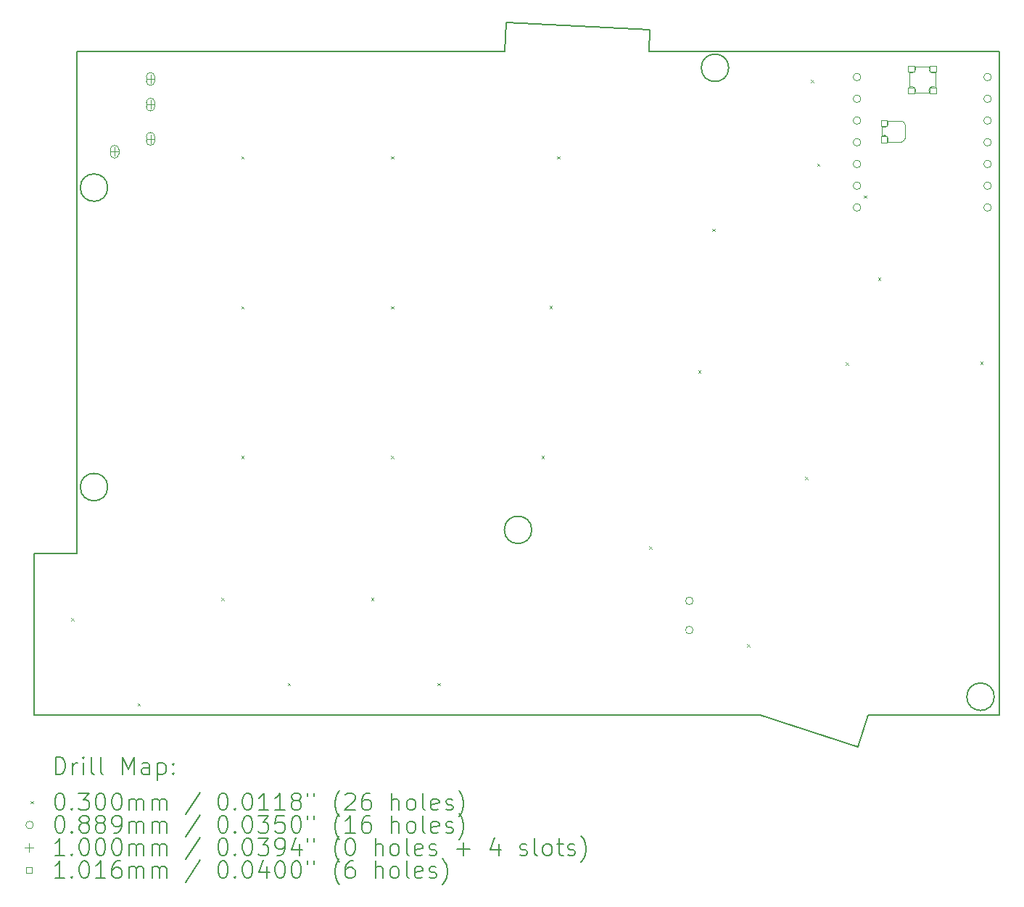
<source format=gbr>
%TF.GenerationSoftware,KiCad,Pcbnew,8.0.7*%
%TF.CreationDate,2024-12-21T19:49:39+01:00*%
%TF.ProjectId,mint36tt_rev02_R,6d696e74-3336-4747-945f-72657630325f,0.2*%
%TF.SameCoordinates,Original*%
%TF.FileFunction,Drillmap*%
%TF.FilePolarity,Positive*%
%FSLAX45Y45*%
G04 Gerber Fmt 4.5, Leading zero omitted, Abs format (unit mm)*
G04 Created by KiCad (PCBNEW 8.0.7) date 2024-12-21 19:49:39*
%MOMM*%
%LPD*%
G01*
G04 APERTURE LIST*
%ADD10C,0.150000*%
%ADD11C,0.200000*%
%ADD12C,0.120000*%
%ADD13C,0.100000*%
%ADD14C,0.101600*%
G04 APERTURE END LIST*
D10*
X16056928Y-5592500D02*
X20147500Y-5592500D01*
X17352142Y-13350000D02*
X9377500Y-13350000D01*
D11*
X9737500Y-10682500D02*
G75*
G02*
X9417500Y-10682500I-160000J0D01*
G01*
X9417500Y-10682500D02*
G75*
G02*
X9737500Y-10682500I160000J0D01*
G01*
D10*
X8877500Y-13350000D02*
X8877500Y-11462500D01*
X8877500Y-11462500D02*
X9377500Y-11462500D01*
X18492827Y-13720631D02*
X17352142Y-13350000D01*
X20147500Y-13350000D02*
X18613252Y-13350000D01*
X16070298Y-5337381D02*
X16056928Y-5592500D01*
X14392600Y-5249457D02*
X16070298Y-5337381D01*
X9377500Y-13350000D02*
X8877500Y-13350000D01*
X18613252Y-13350000D02*
X18492827Y-13720631D01*
D11*
X14687500Y-11182500D02*
G75*
G02*
X14367500Y-11182500I-160000J0D01*
G01*
X14367500Y-11182500D02*
G75*
G02*
X14687500Y-11182500I160000J0D01*
G01*
D10*
X9377500Y-11462500D02*
X9377500Y-5592500D01*
D11*
X9737500Y-7182500D02*
G75*
G02*
X9417500Y-7182500I-160000J0D01*
G01*
X9417500Y-7182500D02*
G75*
G02*
X9737500Y-7182500I160000J0D01*
G01*
X20087500Y-13132500D02*
G75*
G02*
X19767500Y-13132500I-160000J0D01*
G01*
X19767500Y-13132500D02*
G75*
G02*
X20087500Y-13132500I160000J0D01*
G01*
D10*
X9377500Y-5592500D02*
X14374622Y-5592500D01*
D11*
X16987500Y-5782500D02*
G75*
G02*
X16667500Y-5782500I-160000J0D01*
G01*
X16667500Y-5782500D02*
G75*
G02*
X16987500Y-5782500I160000J0D01*
G01*
D10*
X14374622Y-5592500D02*
X14392600Y-5249457D01*
X20147500Y-11462500D02*
X20147500Y-13350000D01*
X20147500Y-5592500D02*
X20147500Y-11462500D01*
D12*
X18777600Y-6577620D02*
X18777600Y-6473480D01*
X18846180Y-6404900D02*
X19006200Y-6404900D01*
X19006200Y-6646200D02*
X18846180Y-6646200D01*
X19044300Y-6443000D02*
X19044300Y-6608100D01*
X19095100Y-6006120D02*
X19095100Y-5838480D01*
X19163680Y-5769900D02*
X19331320Y-5769900D01*
X19163680Y-6074700D02*
X19331320Y-6074700D01*
X19399900Y-6006120D02*
X19399900Y-5838480D01*
X18777600Y-6577620D02*
G75*
G02*
X18846180Y-6646200I24775J-43805D01*
G01*
X18846180Y-6404900D02*
G75*
G02*
X18777600Y-6473480I-43805J-24775D01*
G01*
X19006200Y-6404900D02*
G75*
G02*
X19044300Y-6443000I0J-38100D01*
G01*
X19044300Y-6608100D02*
G75*
G02*
X19006200Y-6646200I-38100J0D01*
G01*
X19095100Y-6006120D02*
G75*
G02*
X19163680Y-6074700I24775J-43805D01*
G01*
X19163680Y-5769900D02*
G75*
G02*
X19095100Y-5838480I-43805J-24775D01*
G01*
X19331320Y-6074700D02*
G75*
G02*
X19399900Y-6006120I43805J24775D01*
G01*
X19399900Y-5838480D02*
G75*
G02*
X19331320Y-5769900I-24775J43805D01*
G01*
D11*
D13*
X9312500Y-12215000D02*
X9342500Y-12245000D01*
X9342500Y-12215000D02*
X9312500Y-12245000D01*
X10087500Y-13207500D02*
X10117500Y-13237500D01*
X10117500Y-13207500D02*
X10087500Y-13237500D01*
X11062500Y-11977500D02*
X11092500Y-12007500D01*
X11092500Y-11977500D02*
X11062500Y-12007500D01*
X11297500Y-6817500D02*
X11327500Y-6847500D01*
X11327500Y-6817500D02*
X11297500Y-6847500D01*
X11297500Y-8567500D02*
X11327500Y-8597500D01*
X11327500Y-8567500D02*
X11297500Y-8597500D01*
X11297500Y-10317500D02*
X11327500Y-10347500D01*
X11327500Y-10317500D02*
X11297500Y-10347500D01*
X11837500Y-12970000D02*
X11867500Y-13000000D01*
X11867500Y-12970000D02*
X11837500Y-13000000D01*
X12812500Y-11977500D02*
X12842500Y-12007500D01*
X12842500Y-11977500D02*
X12812500Y-12007500D01*
X13047500Y-6817500D02*
X13077500Y-6847500D01*
X13077500Y-6817500D02*
X13047500Y-6847500D01*
X13047500Y-8567500D02*
X13077500Y-8597500D01*
X13077500Y-8567500D02*
X13047500Y-8597500D01*
X13047500Y-10317500D02*
X13077500Y-10347500D01*
X13077500Y-10317500D02*
X13047500Y-10347500D01*
X13587500Y-12970000D02*
X13617500Y-13000000D01*
X13617500Y-12970000D02*
X13587500Y-13000000D01*
X14803603Y-10316603D02*
X14833603Y-10346603D01*
X14833603Y-10316603D02*
X14803603Y-10346603D01*
X14895191Y-8566191D02*
X14925191Y-8596191D01*
X14925191Y-8566191D02*
X14895191Y-8596191D01*
X14986779Y-6814779D02*
X15016779Y-6844779D01*
X15016779Y-6814779D02*
X14986779Y-6844779D01*
X16060189Y-11377966D02*
X16090189Y-11407966D01*
X16090189Y-11377966D02*
X16060189Y-11407966D01*
X16631092Y-9317908D02*
X16661092Y-9347908D01*
X16661092Y-9317908D02*
X16631092Y-9347908D01*
X16794945Y-7664378D02*
X16824945Y-7694378D01*
X16824945Y-7664378D02*
X16794945Y-7694378D01*
X17200689Y-12519311D02*
X17230689Y-12549311D01*
X17230689Y-12519311D02*
X17200689Y-12549311D01*
X17878092Y-10564908D02*
X17908092Y-10594908D01*
X17908092Y-10564908D02*
X17878092Y-10594908D01*
X17950000Y-5923000D02*
X17980000Y-5953000D01*
X17980000Y-5923000D02*
X17950000Y-5953000D01*
X18021282Y-6899412D02*
X18051282Y-6929412D01*
X18051282Y-6899412D02*
X18021282Y-6929412D01*
X18355622Y-9227378D02*
X18385622Y-9257378D01*
X18385622Y-9227378D02*
X18355622Y-9257378D01*
X18564500Y-7273500D02*
X18594500Y-7303500D01*
X18594500Y-7273500D02*
X18564500Y-7303500D01*
X18729394Y-8232729D02*
X18759394Y-8262729D01*
X18759394Y-8232729D02*
X18729394Y-8262729D01*
X19922954Y-9217537D02*
X19952954Y-9247537D01*
X19952954Y-9217537D02*
X19922954Y-9247537D01*
X16571950Y-12012500D02*
G75*
G02*
X16483050Y-12012500I-44450J0D01*
G01*
X16483050Y-12012500D02*
G75*
G02*
X16571950Y-12012500I44450J0D01*
G01*
X16571950Y-12352500D02*
G75*
G02*
X16483050Y-12352500I-44450J0D01*
G01*
X16483050Y-12352500D02*
G75*
G02*
X16571950Y-12352500I44450J0D01*
G01*
X18529950Y-5890500D02*
G75*
G02*
X18441050Y-5890500I-44450J0D01*
G01*
X18441050Y-5890500D02*
G75*
G02*
X18529950Y-5890500I44450J0D01*
G01*
X18529950Y-6144500D02*
G75*
G02*
X18441050Y-6144500I-44450J0D01*
G01*
X18441050Y-6144500D02*
G75*
G02*
X18529950Y-6144500I44450J0D01*
G01*
X18529950Y-6398500D02*
G75*
G02*
X18441050Y-6398500I-44450J0D01*
G01*
X18441050Y-6398500D02*
G75*
G02*
X18529950Y-6398500I44450J0D01*
G01*
X18529950Y-6652500D02*
G75*
G02*
X18441050Y-6652500I-44450J0D01*
G01*
X18441050Y-6652500D02*
G75*
G02*
X18529950Y-6652500I44450J0D01*
G01*
X18529950Y-6906500D02*
G75*
G02*
X18441050Y-6906500I-44450J0D01*
G01*
X18441050Y-6906500D02*
G75*
G02*
X18529950Y-6906500I44450J0D01*
G01*
X18529950Y-7160500D02*
G75*
G02*
X18441050Y-7160500I-44450J0D01*
G01*
X18441050Y-7160500D02*
G75*
G02*
X18529950Y-7160500I44450J0D01*
G01*
X18529950Y-7414500D02*
G75*
G02*
X18441050Y-7414500I-44450J0D01*
G01*
X18441050Y-7414500D02*
G75*
G02*
X18529950Y-7414500I44450J0D01*
G01*
X20053950Y-5890500D02*
G75*
G02*
X19965050Y-5890500I-44450J0D01*
G01*
X19965050Y-5890500D02*
G75*
G02*
X20053950Y-5890500I44450J0D01*
G01*
X20053950Y-6144500D02*
G75*
G02*
X19965050Y-6144500I-44450J0D01*
G01*
X19965050Y-6144500D02*
G75*
G02*
X20053950Y-6144500I44450J0D01*
G01*
X20053950Y-6398500D02*
G75*
G02*
X19965050Y-6398500I-44450J0D01*
G01*
X19965050Y-6398500D02*
G75*
G02*
X20053950Y-6398500I44450J0D01*
G01*
X20053950Y-6652500D02*
G75*
G02*
X19965050Y-6652500I-44450J0D01*
G01*
X19965050Y-6652500D02*
G75*
G02*
X20053950Y-6652500I44450J0D01*
G01*
X20053950Y-6906500D02*
G75*
G02*
X19965050Y-6906500I-44450J0D01*
G01*
X19965050Y-6906500D02*
G75*
G02*
X20053950Y-6906500I44450J0D01*
G01*
X20053950Y-7160500D02*
G75*
G02*
X19965050Y-7160500I-44450J0D01*
G01*
X19965050Y-7160500D02*
G75*
G02*
X20053950Y-7160500I44450J0D01*
G01*
X20053950Y-7414500D02*
G75*
G02*
X19965050Y-7414500I-44450J0D01*
G01*
X19965050Y-7414500D02*
G75*
G02*
X20053950Y-7414500I44450J0D01*
G01*
X9817500Y-6712500D02*
X9817500Y-6812500D01*
X9767500Y-6762500D02*
X9867500Y-6762500D01*
X9767500Y-6737500D02*
X9767500Y-6787500D01*
X9867500Y-6787500D02*
G75*
G02*
X9767500Y-6787500I-50000J0D01*
G01*
X9867500Y-6787500D02*
X9867500Y-6737500D01*
X9867500Y-6737500D02*
G75*
G03*
X9767500Y-6737500I-50000J0D01*
G01*
X10237500Y-5862500D02*
X10237500Y-5962500D01*
X10187500Y-5912500D02*
X10287500Y-5912500D01*
X10187500Y-5887500D02*
X10187500Y-5937500D01*
X10287500Y-5937500D02*
G75*
G02*
X10187500Y-5937500I-50000J0D01*
G01*
X10287500Y-5937500D02*
X10287500Y-5887500D01*
X10287500Y-5887500D02*
G75*
G03*
X10187500Y-5887500I-50000J0D01*
G01*
X10237500Y-6162500D02*
X10237500Y-6262500D01*
X10187500Y-6212500D02*
X10287500Y-6212500D01*
X10187500Y-6187500D02*
X10187500Y-6237500D01*
X10287500Y-6237500D02*
G75*
G02*
X10187500Y-6237500I-50000J0D01*
G01*
X10287500Y-6237500D02*
X10287500Y-6187500D01*
X10287500Y-6187500D02*
G75*
G03*
X10187500Y-6187500I-50000J0D01*
G01*
X10237500Y-6562500D02*
X10237500Y-6662500D01*
X10187500Y-6612500D02*
X10287500Y-6612500D01*
X10187500Y-6587500D02*
X10187500Y-6637500D01*
X10287500Y-6637500D02*
G75*
G02*
X10187500Y-6637500I-50000J0D01*
G01*
X10287500Y-6637500D02*
X10287500Y-6587500D01*
X10287500Y-6587500D02*
G75*
G03*
X10187500Y-6587500I-50000J0D01*
G01*
D14*
X18838921Y-6466221D02*
X18838921Y-6394379D01*
X18767079Y-6394379D01*
X18767079Y-6466221D01*
X18838921Y-6466221D01*
X18838921Y-6656721D02*
X18838921Y-6584879D01*
X18767079Y-6584879D01*
X18767079Y-6656721D01*
X18838921Y-6656721D01*
X19156421Y-5831221D02*
X19156421Y-5759379D01*
X19084579Y-5759379D01*
X19084579Y-5831221D01*
X19156421Y-5831221D01*
X19156421Y-6085221D02*
X19156421Y-6013379D01*
X19084579Y-6013379D01*
X19084579Y-6085221D01*
X19156421Y-6085221D01*
X19410421Y-5831221D02*
X19410421Y-5759379D01*
X19338579Y-5759379D01*
X19338579Y-5831221D01*
X19410421Y-5831221D01*
X19410421Y-6085221D02*
X19410421Y-6013379D01*
X19338579Y-6013379D01*
X19338579Y-6085221D01*
X19410421Y-6085221D01*
D11*
X9130777Y-14039615D02*
X9130777Y-13839615D01*
X9130777Y-13839615D02*
X9178396Y-13839615D01*
X9178396Y-13839615D02*
X9206967Y-13849138D01*
X9206967Y-13849138D02*
X9226015Y-13868186D01*
X9226015Y-13868186D02*
X9235539Y-13887234D01*
X9235539Y-13887234D02*
X9245063Y-13925329D01*
X9245063Y-13925329D02*
X9245063Y-13953900D01*
X9245063Y-13953900D02*
X9235539Y-13991996D01*
X9235539Y-13991996D02*
X9226015Y-14011043D01*
X9226015Y-14011043D02*
X9206967Y-14030091D01*
X9206967Y-14030091D02*
X9178396Y-14039615D01*
X9178396Y-14039615D02*
X9130777Y-14039615D01*
X9330777Y-14039615D02*
X9330777Y-13906281D01*
X9330777Y-13944377D02*
X9340301Y-13925329D01*
X9340301Y-13925329D02*
X9349824Y-13915805D01*
X9349824Y-13915805D02*
X9368872Y-13906281D01*
X9368872Y-13906281D02*
X9387920Y-13906281D01*
X9454586Y-14039615D02*
X9454586Y-13906281D01*
X9454586Y-13839615D02*
X9445063Y-13849138D01*
X9445063Y-13849138D02*
X9454586Y-13858662D01*
X9454586Y-13858662D02*
X9464110Y-13849138D01*
X9464110Y-13849138D02*
X9454586Y-13839615D01*
X9454586Y-13839615D02*
X9454586Y-13858662D01*
X9578396Y-14039615D02*
X9559348Y-14030091D01*
X9559348Y-14030091D02*
X9549824Y-14011043D01*
X9549824Y-14011043D02*
X9549824Y-13839615D01*
X9683158Y-14039615D02*
X9664110Y-14030091D01*
X9664110Y-14030091D02*
X9654586Y-14011043D01*
X9654586Y-14011043D02*
X9654586Y-13839615D01*
X9911729Y-14039615D02*
X9911729Y-13839615D01*
X9911729Y-13839615D02*
X9978396Y-13982472D01*
X9978396Y-13982472D02*
X10045063Y-13839615D01*
X10045063Y-13839615D02*
X10045063Y-14039615D01*
X10226015Y-14039615D02*
X10226015Y-13934853D01*
X10226015Y-13934853D02*
X10216491Y-13915805D01*
X10216491Y-13915805D02*
X10197444Y-13906281D01*
X10197444Y-13906281D02*
X10159348Y-13906281D01*
X10159348Y-13906281D02*
X10140301Y-13915805D01*
X10226015Y-14030091D02*
X10206967Y-14039615D01*
X10206967Y-14039615D02*
X10159348Y-14039615D01*
X10159348Y-14039615D02*
X10140301Y-14030091D01*
X10140301Y-14030091D02*
X10130777Y-14011043D01*
X10130777Y-14011043D02*
X10130777Y-13991996D01*
X10130777Y-13991996D02*
X10140301Y-13972948D01*
X10140301Y-13972948D02*
X10159348Y-13963424D01*
X10159348Y-13963424D02*
X10206967Y-13963424D01*
X10206967Y-13963424D02*
X10226015Y-13953900D01*
X10321253Y-13906281D02*
X10321253Y-14106281D01*
X10321253Y-13915805D02*
X10340301Y-13906281D01*
X10340301Y-13906281D02*
X10378396Y-13906281D01*
X10378396Y-13906281D02*
X10397444Y-13915805D01*
X10397444Y-13915805D02*
X10406967Y-13925329D01*
X10406967Y-13925329D02*
X10416491Y-13944377D01*
X10416491Y-13944377D02*
X10416491Y-14001519D01*
X10416491Y-14001519D02*
X10406967Y-14020567D01*
X10406967Y-14020567D02*
X10397444Y-14030091D01*
X10397444Y-14030091D02*
X10378396Y-14039615D01*
X10378396Y-14039615D02*
X10340301Y-14039615D01*
X10340301Y-14039615D02*
X10321253Y-14030091D01*
X10502205Y-14020567D02*
X10511729Y-14030091D01*
X10511729Y-14030091D02*
X10502205Y-14039615D01*
X10502205Y-14039615D02*
X10492682Y-14030091D01*
X10492682Y-14030091D02*
X10502205Y-14020567D01*
X10502205Y-14020567D02*
X10502205Y-14039615D01*
X10502205Y-13915805D02*
X10511729Y-13925329D01*
X10511729Y-13925329D02*
X10502205Y-13934853D01*
X10502205Y-13934853D02*
X10492682Y-13925329D01*
X10492682Y-13925329D02*
X10502205Y-13915805D01*
X10502205Y-13915805D02*
X10502205Y-13934853D01*
D13*
X8840000Y-14353131D02*
X8870000Y-14383131D01*
X8870000Y-14353131D02*
X8840000Y-14383131D01*
D11*
X9168872Y-14259615D02*
X9187920Y-14259615D01*
X9187920Y-14259615D02*
X9206967Y-14269138D01*
X9206967Y-14269138D02*
X9216491Y-14278662D01*
X9216491Y-14278662D02*
X9226015Y-14297710D01*
X9226015Y-14297710D02*
X9235539Y-14335805D01*
X9235539Y-14335805D02*
X9235539Y-14383424D01*
X9235539Y-14383424D02*
X9226015Y-14421519D01*
X9226015Y-14421519D02*
X9216491Y-14440567D01*
X9216491Y-14440567D02*
X9206967Y-14450091D01*
X9206967Y-14450091D02*
X9187920Y-14459615D01*
X9187920Y-14459615D02*
X9168872Y-14459615D01*
X9168872Y-14459615D02*
X9149824Y-14450091D01*
X9149824Y-14450091D02*
X9140301Y-14440567D01*
X9140301Y-14440567D02*
X9130777Y-14421519D01*
X9130777Y-14421519D02*
X9121253Y-14383424D01*
X9121253Y-14383424D02*
X9121253Y-14335805D01*
X9121253Y-14335805D02*
X9130777Y-14297710D01*
X9130777Y-14297710D02*
X9140301Y-14278662D01*
X9140301Y-14278662D02*
X9149824Y-14269138D01*
X9149824Y-14269138D02*
X9168872Y-14259615D01*
X9321253Y-14440567D02*
X9330777Y-14450091D01*
X9330777Y-14450091D02*
X9321253Y-14459615D01*
X9321253Y-14459615D02*
X9311729Y-14450091D01*
X9311729Y-14450091D02*
X9321253Y-14440567D01*
X9321253Y-14440567D02*
X9321253Y-14459615D01*
X9397444Y-14259615D02*
X9521253Y-14259615D01*
X9521253Y-14259615D02*
X9454586Y-14335805D01*
X9454586Y-14335805D02*
X9483158Y-14335805D01*
X9483158Y-14335805D02*
X9502205Y-14345329D01*
X9502205Y-14345329D02*
X9511729Y-14354853D01*
X9511729Y-14354853D02*
X9521253Y-14373900D01*
X9521253Y-14373900D02*
X9521253Y-14421519D01*
X9521253Y-14421519D02*
X9511729Y-14440567D01*
X9511729Y-14440567D02*
X9502205Y-14450091D01*
X9502205Y-14450091D02*
X9483158Y-14459615D01*
X9483158Y-14459615D02*
X9426015Y-14459615D01*
X9426015Y-14459615D02*
X9406967Y-14450091D01*
X9406967Y-14450091D02*
X9397444Y-14440567D01*
X9645063Y-14259615D02*
X9664110Y-14259615D01*
X9664110Y-14259615D02*
X9683158Y-14269138D01*
X9683158Y-14269138D02*
X9692682Y-14278662D01*
X9692682Y-14278662D02*
X9702205Y-14297710D01*
X9702205Y-14297710D02*
X9711729Y-14335805D01*
X9711729Y-14335805D02*
X9711729Y-14383424D01*
X9711729Y-14383424D02*
X9702205Y-14421519D01*
X9702205Y-14421519D02*
X9692682Y-14440567D01*
X9692682Y-14440567D02*
X9683158Y-14450091D01*
X9683158Y-14450091D02*
X9664110Y-14459615D01*
X9664110Y-14459615D02*
X9645063Y-14459615D01*
X9645063Y-14459615D02*
X9626015Y-14450091D01*
X9626015Y-14450091D02*
X9616491Y-14440567D01*
X9616491Y-14440567D02*
X9606967Y-14421519D01*
X9606967Y-14421519D02*
X9597444Y-14383424D01*
X9597444Y-14383424D02*
X9597444Y-14335805D01*
X9597444Y-14335805D02*
X9606967Y-14297710D01*
X9606967Y-14297710D02*
X9616491Y-14278662D01*
X9616491Y-14278662D02*
X9626015Y-14269138D01*
X9626015Y-14269138D02*
X9645063Y-14259615D01*
X9835539Y-14259615D02*
X9854586Y-14259615D01*
X9854586Y-14259615D02*
X9873634Y-14269138D01*
X9873634Y-14269138D02*
X9883158Y-14278662D01*
X9883158Y-14278662D02*
X9892682Y-14297710D01*
X9892682Y-14297710D02*
X9902205Y-14335805D01*
X9902205Y-14335805D02*
X9902205Y-14383424D01*
X9902205Y-14383424D02*
X9892682Y-14421519D01*
X9892682Y-14421519D02*
X9883158Y-14440567D01*
X9883158Y-14440567D02*
X9873634Y-14450091D01*
X9873634Y-14450091D02*
X9854586Y-14459615D01*
X9854586Y-14459615D02*
X9835539Y-14459615D01*
X9835539Y-14459615D02*
X9816491Y-14450091D01*
X9816491Y-14450091D02*
X9806967Y-14440567D01*
X9806967Y-14440567D02*
X9797444Y-14421519D01*
X9797444Y-14421519D02*
X9787920Y-14383424D01*
X9787920Y-14383424D02*
X9787920Y-14335805D01*
X9787920Y-14335805D02*
X9797444Y-14297710D01*
X9797444Y-14297710D02*
X9806967Y-14278662D01*
X9806967Y-14278662D02*
X9816491Y-14269138D01*
X9816491Y-14269138D02*
X9835539Y-14259615D01*
X9987920Y-14459615D02*
X9987920Y-14326281D01*
X9987920Y-14345329D02*
X9997444Y-14335805D01*
X9997444Y-14335805D02*
X10016491Y-14326281D01*
X10016491Y-14326281D02*
X10045063Y-14326281D01*
X10045063Y-14326281D02*
X10064110Y-14335805D01*
X10064110Y-14335805D02*
X10073634Y-14354853D01*
X10073634Y-14354853D02*
X10073634Y-14459615D01*
X10073634Y-14354853D02*
X10083158Y-14335805D01*
X10083158Y-14335805D02*
X10102205Y-14326281D01*
X10102205Y-14326281D02*
X10130777Y-14326281D01*
X10130777Y-14326281D02*
X10149825Y-14335805D01*
X10149825Y-14335805D02*
X10159348Y-14354853D01*
X10159348Y-14354853D02*
X10159348Y-14459615D01*
X10254586Y-14459615D02*
X10254586Y-14326281D01*
X10254586Y-14345329D02*
X10264110Y-14335805D01*
X10264110Y-14335805D02*
X10283158Y-14326281D01*
X10283158Y-14326281D02*
X10311729Y-14326281D01*
X10311729Y-14326281D02*
X10330777Y-14335805D01*
X10330777Y-14335805D02*
X10340301Y-14354853D01*
X10340301Y-14354853D02*
X10340301Y-14459615D01*
X10340301Y-14354853D02*
X10349825Y-14335805D01*
X10349825Y-14335805D02*
X10368872Y-14326281D01*
X10368872Y-14326281D02*
X10397444Y-14326281D01*
X10397444Y-14326281D02*
X10416491Y-14335805D01*
X10416491Y-14335805D02*
X10426015Y-14354853D01*
X10426015Y-14354853D02*
X10426015Y-14459615D01*
X10816491Y-14250091D02*
X10645063Y-14507234D01*
X11073634Y-14259615D02*
X11092682Y-14259615D01*
X11092682Y-14259615D02*
X11111729Y-14269138D01*
X11111729Y-14269138D02*
X11121253Y-14278662D01*
X11121253Y-14278662D02*
X11130777Y-14297710D01*
X11130777Y-14297710D02*
X11140301Y-14335805D01*
X11140301Y-14335805D02*
X11140301Y-14383424D01*
X11140301Y-14383424D02*
X11130777Y-14421519D01*
X11130777Y-14421519D02*
X11121253Y-14440567D01*
X11121253Y-14440567D02*
X11111729Y-14450091D01*
X11111729Y-14450091D02*
X11092682Y-14459615D01*
X11092682Y-14459615D02*
X11073634Y-14459615D01*
X11073634Y-14459615D02*
X11054587Y-14450091D01*
X11054587Y-14450091D02*
X11045063Y-14440567D01*
X11045063Y-14440567D02*
X11035539Y-14421519D01*
X11035539Y-14421519D02*
X11026015Y-14383424D01*
X11026015Y-14383424D02*
X11026015Y-14335805D01*
X11026015Y-14335805D02*
X11035539Y-14297710D01*
X11035539Y-14297710D02*
X11045063Y-14278662D01*
X11045063Y-14278662D02*
X11054587Y-14269138D01*
X11054587Y-14269138D02*
X11073634Y-14259615D01*
X11226015Y-14440567D02*
X11235539Y-14450091D01*
X11235539Y-14450091D02*
X11226015Y-14459615D01*
X11226015Y-14459615D02*
X11216491Y-14450091D01*
X11216491Y-14450091D02*
X11226015Y-14440567D01*
X11226015Y-14440567D02*
X11226015Y-14459615D01*
X11359348Y-14259615D02*
X11378396Y-14259615D01*
X11378396Y-14259615D02*
X11397444Y-14269138D01*
X11397444Y-14269138D02*
X11406967Y-14278662D01*
X11406967Y-14278662D02*
X11416491Y-14297710D01*
X11416491Y-14297710D02*
X11426015Y-14335805D01*
X11426015Y-14335805D02*
X11426015Y-14383424D01*
X11426015Y-14383424D02*
X11416491Y-14421519D01*
X11416491Y-14421519D02*
X11406967Y-14440567D01*
X11406967Y-14440567D02*
X11397444Y-14450091D01*
X11397444Y-14450091D02*
X11378396Y-14459615D01*
X11378396Y-14459615D02*
X11359348Y-14459615D01*
X11359348Y-14459615D02*
X11340301Y-14450091D01*
X11340301Y-14450091D02*
X11330777Y-14440567D01*
X11330777Y-14440567D02*
X11321253Y-14421519D01*
X11321253Y-14421519D02*
X11311729Y-14383424D01*
X11311729Y-14383424D02*
X11311729Y-14335805D01*
X11311729Y-14335805D02*
X11321253Y-14297710D01*
X11321253Y-14297710D02*
X11330777Y-14278662D01*
X11330777Y-14278662D02*
X11340301Y-14269138D01*
X11340301Y-14269138D02*
X11359348Y-14259615D01*
X11616491Y-14459615D02*
X11502206Y-14459615D01*
X11559348Y-14459615D02*
X11559348Y-14259615D01*
X11559348Y-14259615D02*
X11540301Y-14288186D01*
X11540301Y-14288186D02*
X11521253Y-14307234D01*
X11521253Y-14307234D02*
X11502206Y-14316757D01*
X11806967Y-14459615D02*
X11692682Y-14459615D01*
X11749825Y-14459615D02*
X11749825Y-14259615D01*
X11749825Y-14259615D02*
X11730777Y-14288186D01*
X11730777Y-14288186D02*
X11711729Y-14307234D01*
X11711729Y-14307234D02*
X11692682Y-14316757D01*
X11921253Y-14345329D02*
X11902206Y-14335805D01*
X11902206Y-14335805D02*
X11892682Y-14326281D01*
X11892682Y-14326281D02*
X11883158Y-14307234D01*
X11883158Y-14307234D02*
X11883158Y-14297710D01*
X11883158Y-14297710D02*
X11892682Y-14278662D01*
X11892682Y-14278662D02*
X11902206Y-14269138D01*
X11902206Y-14269138D02*
X11921253Y-14259615D01*
X11921253Y-14259615D02*
X11959348Y-14259615D01*
X11959348Y-14259615D02*
X11978396Y-14269138D01*
X11978396Y-14269138D02*
X11987920Y-14278662D01*
X11987920Y-14278662D02*
X11997444Y-14297710D01*
X11997444Y-14297710D02*
X11997444Y-14307234D01*
X11997444Y-14307234D02*
X11987920Y-14326281D01*
X11987920Y-14326281D02*
X11978396Y-14335805D01*
X11978396Y-14335805D02*
X11959348Y-14345329D01*
X11959348Y-14345329D02*
X11921253Y-14345329D01*
X11921253Y-14345329D02*
X11902206Y-14354853D01*
X11902206Y-14354853D02*
X11892682Y-14364377D01*
X11892682Y-14364377D02*
X11883158Y-14383424D01*
X11883158Y-14383424D02*
X11883158Y-14421519D01*
X11883158Y-14421519D02*
X11892682Y-14440567D01*
X11892682Y-14440567D02*
X11902206Y-14450091D01*
X11902206Y-14450091D02*
X11921253Y-14459615D01*
X11921253Y-14459615D02*
X11959348Y-14459615D01*
X11959348Y-14459615D02*
X11978396Y-14450091D01*
X11978396Y-14450091D02*
X11987920Y-14440567D01*
X11987920Y-14440567D02*
X11997444Y-14421519D01*
X11997444Y-14421519D02*
X11997444Y-14383424D01*
X11997444Y-14383424D02*
X11987920Y-14364377D01*
X11987920Y-14364377D02*
X11978396Y-14354853D01*
X11978396Y-14354853D02*
X11959348Y-14345329D01*
X12073634Y-14259615D02*
X12073634Y-14297710D01*
X12149825Y-14259615D02*
X12149825Y-14297710D01*
X12445063Y-14535805D02*
X12435539Y-14526281D01*
X12435539Y-14526281D02*
X12416491Y-14497710D01*
X12416491Y-14497710D02*
X12406968Y-14478662D01*
X12406968Y-14478662D02*
X12397444Y-14450091D01*
X12397444Y-14450091D02*
X12387920Y-14402472D01*
X12387920Y-14402472D02*
X12387920Y-14364377D01*
X12387920Y-14364377D02*
X12397444Y-14316757D01*
X12397444Y-14316757D02*
X12406968Y-14288186D01*
X12406968Y-14288186D02*
X12416491Y-14269138D01*
X12416491Y-14269138D02*
X12435539Y-14240567D01*
X12435539Y-14240567D02*
X12445063Y-14231043D01*
X12511729Y-14278662D02*
X12521253Y-14269138D01*
X12521253Y-14269138D02*
X12540301Y-14259615D01*
X12540301Y-14259615D02*
X12587920Y-14259615D01*
X12587920Y-14259615D02*
X12606968Y-14269138D01*
X12606968Y-14269138D02*
X12616491Y-14278662D01*
X12616491Y-14278662D02*
X12626015Y-14297710D01*
X12626015Y-14297710D02*
X12626015Y-14316757D01*
X12626015Y-14316757D02*
X12616491Y-14345329D01*
X12616491Y-14345329D02*
X12502206Y-14459615D01*
X12502206Y-14459615D02*
X12626015Y-14459615D01*
X12797444Y-14259615D02*
X12759348Y-14259615D01*
X12759348Y-14259615D02*
X12740301Y-14269138D01*
X12740301Y-14269138D02*
X12730777Y-14278662D01*
X12730777Y-14278662D02*
X12711729Y-14307234D01*
X12711729Y-14307234D02*
X12702206Y-14345329D01*
X12702206Y-14345329D02*
X12702206Y-14421519D01*
X12702206Y-14421519D02*
X12711729Y-14440567D01*
X12711729Y-14440567D02*
X12721253Y-14450091D01*
X12721253Y-14450091D02*
X12740301Y-14459615D01*
X12740301Y-14459615D02*
X12778396Y-14459615D01*
X12778396Y-14459615D02*
X12797444Y-14450091D01*
X12797444Y-14450091D02*
X12806968Y-14440567D01*
X12806968Y-14440567D02*
X12816491Y-14421519D01*
X12816491Y-14421519D02*
X12816491Y-14373900D01*
X12816491Y-14373900D02*
X12806968Y-14354853D01*
X12806968Y-14354853D02*
X12797444Y-14345329D01*
X12797444Y-14345329D02*
X12778396Y-14335805D01*
X12778396Y-14335805D02*
X12740301Y-14335805D01*
X12740301Y-14335805D02*
X12721253Y-14345329D01*
X12721253Y-14345329D02*
X12711729Y-14354853D01*
X12711729Y-14354853D02*
X12702206Y-14373900D01*
X13054587Y-14459615D02*
X13054587Y-14259615D01*
X13140301Y-14459615D02*
X13140301Y-14354853D01*
X13140301Y-14354853D02*
X13130777Y-14335805D01*
X13130777Y-14335805D02*
X13111730Y-14326281D01*
X13111730Y-14326281D02*
X13083158Y-14326281D01*
X13083158Y-14326281D02*
X13064110Y-14335805D01*
X13064110Y-14335805D02*
X13054587Y-14345329D01*
X13264110Y-14459615D02*
X13245063Y-14450091D01*
X13245063Y-14450091D02*
X13235539Y-14440567D01*
X13235539Y-14440567D02*
X13226015Y-14421519D01*
X13226015Y-14421519D02*
X13226015Y-14364377D01*
X13226015Y-14364377D02*
X13235539Y-14345329D01*
X13235539Y-14345329D02*
X13245063Y-14335805D01*
X13245063Y-14335805D02*
X13264110Y-14326281D01*
X13264110Y-14326281D02*
X13292682Y-14326281D01*
X13292682Y-14326281D02*
X13311730Y-14335805D01*
X13311730Y-14335805D02*
X13321253Y-14345329D01*
X13321253Y-14345329D02*
X13330777Y-14364377D01*
X13330777Y-14364377D02*
X13330777Y-14421519D01*
X13330777Y-14421519D02*
X13321253Y-14440567D01*
X13321253Y-14440567D02*
X13311730Y-14450091D01*
X13311730Y-14450091D02*
X13292682Y-14459615D01*
X13292682Y-14459615D02*
X13264110Y-14459615D01*
X13445063Y-14459615D02*
X13426015Y-14450091D01*
X13426015Y-14450091D02*
X13416491Y-14431043D01*
X13416491Y-14431043D02*
X13416491Y-14259615D01*
X13597444Y-14450091D02*
X13578396Y-14459615D01*
X13578396Y-14459615D02*
X13540301Y-14459615D01*
X13540301Y-14459615D02*
X13521253Y-14450091D01*
X13521253Y-14450091D02*
X13511730Y-14431043D01*
X13511730Y-14431043D02*
X13511730Y-14354853D01*
X13511730Y-14354853D02*
X13521253Y-14335805D01*
X13521253Y-14335805D02*
X13540301Y-14326281D01*
X13540301Y-14326281D02*
X13578396Y-14326281D01*
X13578396Y-14326281D02*
X13597444Y-14335805D01*
X13597444Y-14335805D02*
X13606968Y-14354853D01*
X13606968Y-14354853D02*
X13606968Y-14373900D01*
X13606968Y-14373900D02*
X13511730Y-14392948D01*
X13683158Y-14450091D02*
X13702206Y-14459615D01*
X13702206Y-14459615D02*
X13740301Y-14459615D01*
X13740301Y-14459615D02*
X13759349Y-14450091D01*
X13759349Y-14450091D02*
X13768872Y-14431043D01*
X13768872Y-14431043D02*
X13768872Y-14421519D01*
X13768872Y-14421519D02*
X13759349Y-14402472D01*
X13759349Y-14402472D02*
X13740301Y-14392948D01*
X13740301Y-14392948D02*
X13711730Y-14392948D01*
X13711730Y-14392948D02*
X13692682Y-14383424D01*
X13692682Y-14383424D02*
X13683158Y-14364377D01*
X13683158Y-14364377D02*
X13683158Y-14354853D01*
X13683158Y-14354853D02*
X13692682Y-14335805D01*
X13692682Y-14335805D02*
X13711730Y-14326281D01*
X13711730Y-14326281D02*
X13740301Y-14326281D01*
X13740301Y-14326281D02*
X13759349Y-14335805D01*
X13835539Y-14535805D02*
X13845063Y-14526281D01*
X13845063Y-14526281D02*
X13864111Y-14497710D01*
X13864111Y-14497710D02*
X13873634Y-14478662D01*
X13873634Y-14478662D02*
X13883158Y-14450091D01*
X13883158Y-14450091D02*
X13892682Y-14402472D01*
X13892682Y-14402472D02*
X13892682Y-14364377D01*
X13892682Y-14364377D02*
X13883158Y-14316757D01*
X13883158Y-14316757D02*
X13873634Y-14288186D01*
X13873634Y-14288186D02*
X13864111Y-14269138D01*
X13864111Y-14269138D02*
X13845063Y-14240567D01*
X13845063Y-14240567D02*
X13835539Y-14231043D01*
D13*
X8870000Y-14632131D02*
G75*
G02*
X8781100Y-14632131I-44450J0D01*
G01*
X8781100Y-14632131D02*
G75*
G02*
X8870000Y-14632131I44450J0D01*
G01*
D11*
X9168872Y-14523615D02*
X9187920Y-14523615D01*
X9187920Y-14523615D02*
X9206967Y-14533138D01*
X9206967Y-14533138D02*
X9216491Y-14542662D01*
X9216491Y-14542662D02*
X9226015Y-14561710D01*
X9226015Y-14561710D02*
X9235539Y-14599805D01*
X9235539Y-14599805D02*
X9235539Y-14647424D01*
X9235539Y-14647424D02*
X9226015Y-14685519D01*
X9226015Y-14685519D02*
X9216491Y-14704567D01*
X9216491Y-14704567D02*
X9206967Y-14714091D01*
X9206967Y-14714091D02*
X9187920Y-14723615D01*
X9187920Y-14723615D02*
X9168872Y-14723615D01*
X9168872Y-14723615D02*
X9149824Y-14714091D01*
X9149824Y-14714091D02*
X9140301Y-14704567D01*
X9140301Y-14704567D02*
X9130777Y-14685519D01*
X9130777Y-14685519D02*
X9121253Y-14647424D01*
X9121253Y-14647424D02*
X9121253Y-14599805D01*
X9121253Y-14599805D02*
X9130777Y-14561710D01*
X9130777Y-14561710D02*
X9140301Y-14542662D01*
X9140301Y-14542662D02*
X9149824Y-14533138D01*
X9149824Y-14533138D02*
X9168872Y-14523615D01*
X9321253Y-14704567D02*
X9330777Y-14714091D01*
X9330777Y-14714091D02*
X9321253Y-14723615D01*
X9321253Y-14723615D02*
X9311729Y-14714091D01*
X9311729Y-14714091D02*
X9321253Y-14704567D01*
X9321253Y-14704567D02*
X9321253Y-14723615D01*
X9445063Y-14609329D02*
X9426015Y-14599805D01*
X9426015Y-14599805D02*
X9416491Y-14590281D01*
X9416491Y-14590281D02*
X9406967Y-14571234D01*
X9406967Y-14571234D02*
X9406967Y-14561710D01*
X9406967Y-14561710D02*
X9416491Y-14542662D01*
X9416491Y-14542662D02*
X9426015Y-14533138D01*
X9426015Y-14533138D02*
X9445063Y-14523615D01*
X9445063Y-14523615D02*
X9483158Y-14523615D01*
X9483158Y-14523615D02*
X9502205Y-14533138D01*
X9502205Y-14533138D02*
X9511729Y-14542662D01*
X9511729Y-14542662D02*
X9521253Y-14561710D01*
X9521253Y-14561710D02*
X9521253Y-14571234D01*
X9521253Y-14571234D02*
X9511729Y-14590281D01*
X9511729Y-14590281D02*
X9502205Y-14599805D01*
X9502205Y-14599805D02*
X9483158Y-14609329D01*
X9483158Y-14609329D02*
X9445063Y-14609329D01*
X9445063Y-14609329D02*
X9426015Y-14618853D01*
X9426015Y-14618853D02*
X9416491Y-14628377D01*
X9416491Y-14628377D02*
X9406967Y-14647424D01*
X9406967Y-14647424D02*
X9406967Y-14685519D01*
X9406967Y-14685519D02*
X9416491Y-14704567D01*
X9416491Y-14704567D02*
X9426015Y-14714091D01*
X9426015Y-14714091D02*
X9445063Y-14723615D01*
X9445063Y-14723615D02*
X9483158Y-14723615D01*
X9483158Y-14723615D02*
X9502205Y-14714091D01*
X9502205Y-14714091D02*
X9511729Y-14704567D01*
X9511729Y-14704567D02*
X9521253Y-14685519D01*
X9521253Y-14685519D02*
X9521253Y-14647424D01*
X9521253Y-14647424D02*
X9511729Y-14628377D01*
X9511729Y-14628377D02*
X9502205Y-14618853D01*
X9502205Y-14618853D02*
X9483158Y-14609329D01*
X9635539Y-14609329D02*
X9616491Y-14599805D01*
X9616491Y-14599805D02*
X9606967Y-14590281D01*
X9606967Y-14590281D02*
X9597444Y-14571234D01*
X9597444Y-14571234D02*
X9597444Y-14561710D01*
X9597444Y-14561710D02*
X9606967Y-14542662D01*
X9606967Y-14542662D02*
X9616491Y-14533138D01*
X9616491Y-14533138D02*
X9635539Y-14523615D01*
X9635539Y-14523615D02*
X9673634Y-14523615D01*
X9673634Y-14523615D02*
X9692682Y-14533138D01*
X9692682Y-14533138D02*
X9702205Y-14542662D01*
X9702205Y-14542662D02*
X9711729Y-14561710D01*
X9711729Y-14561710D02*
X9711729Y-14571234D01*
X9711729Y-14571234D02*
X9702205Y-14590281D01*
X9702205Y-14590281D02*
X9692682Y-14599805D01*
X9692682Y-14599805D02*
X9673634Y-14609329D01*
X9673634Y-14609329D02*
X9635539Y-14609329D01*
X9635539Y-14609329D02*
X9616491Y-14618853D01*
X9616491Y-14618853D02*
X9606967Y-14628377D01*
X9606967Y-14628377D02*
X9597444Y-14647424D01*
X9597444Y-14647424D02*
X9597444Y-14685519D01*
X9597444Y-14685519D02*
X9606967Y-14704567D01*
X9606967Y-14704567D02*
X9616491Y-14714091D01*
X9616491Y-14714091D02*
X9635539Y-14723615D01*
X9635539Y-14723615D02*
X9673634Y-14723615D01*
X9673634Y-14723615D02*
X9692682Y-14714091D01*
X9692682Y-14714091D02*
X9702205Y-14704567D01*
X9702205Y-14704567D02*
X9711729Y-14685519D01*
X9711729Y-14685519D02*
X9711729Y-14647424D01*
X9711729Y-14647424D02*
X9702205Y-14628377D01*
X9702205Y-14628377D02*
X9692682Y-14618853D01*
X9692682Y-14618853D02*
X9673634Y-14609329D01*
X9806967Y-14723615D02*
X9845063Y-14723615D01*
X9845063Y-14723615D02*
X9864110Y-14714091D01*
X9864110Y-14714091D02*
X9873634Y-14704567D01*
X9873634Y-14704567D02*
X9892682Y-14675996D01*
X9892682Y-14675996D02*
X9902205Y-14637900D01*
X9902205Y-14637900D02*
X9902205Y-14561710D01*
X9902205Y-14561710D02*
X9892682Y-14542662D01*
X9892682Y-14542662D02*
X9883158Y-14533138D01*
X9883158Y-14533138D02*
X9864110Y-14523615D01*
X9864110Y-14523615D02*
X9826015Y-14523615D01*
X9826015Y-14523615D02*
X9806967Y-14533138D01*
X9806967Y-14533138D02*
X9797444Y-14542662D01*
X9797444Y-14542662D02*
X9787920Y-14561710D01*
X9787920Y-14561710D02*
X9787920Y-14609329D01*
X9787920Y-14609329D02*
X9797444Y-14628377D01*
X9797444Y-14628377D02*
X9806967Y-14637900D01*
X9806967Y-14637900D02*
X9826015Y-14647424D01*
X9826015Y-14647424D02*
X9864110Y-14647424D01*
X9864110Y-14647424D02*
X9883158Y-14637900D01*
X9883158Y-14637900D02*
X9892682Y-14628377D01*
X9892682Y-14628377D02*
X9902205Y-14609329D01*
X9987920Y-14723615D02*
X9987920Y-14590281D01*
X9987920Y-14609329D02*
X9997444Y-14599805D01*
X9997444Y-14599805D02*
X10016491Y-14590281D01*
X10016491Y-14590281D02*
X10045063Y-14590281D01*
X10045063Y-14590281D02*
X10064110Y-14599805D01*
X10064110Y-14599805D02*
X10073634Y-14618853D01*
X10073634Y-14618853D02*
X10073634Y-14723615D01*
X10073634Y-14618853D02*
X10083158Y-14599805D01*
X10083158Y-14599805D02*
X10102205Y-14590281D01*
X10102205Y-14590281D02*
X10130777Y-14590281D01*
X10130777Y-14590281D02*
X10149825Y-14599805D01*
X10149825Y-14599805D02*
X10159348Y-14618853D01*
X10159348Y-14618853D02*
X10159348Y-14723615D01*
X10254586Y-14723615D02*
X10254586Y-14590281D01*
X10254586Y-14609329D02*
X10264110Y-14599805D01*
X10264110Y-14599805D02*
X10283158Y-14590281D01*
X10283158Y-14590281D02*
X10311729Y-14590281D01*
X10311729Y-14590281D02*
X10330777Y-14599805D01*
X10330777Y-14599805D02*
X10340301Y-14618853D01*
X10340301Y-14618853D02*
X10340301Y-14723615D01*
X10340301Y-14618853D02*
X10349825Y-14599805D01*
X10349825Y-14599805D02*
X10368872Y-14590281D01*
X10368872Y-14590281D02*
X10397444Y-14590281D01*
X10397444Y-14590281D02*
X10416491Y-14599805D01*
X10416491Y-14599805D02*
X10426015Y-14618853D01*
X10426015Y-14618853D02*
X10426015Y-14723615D01*
X10816491Y-14514091D02*
X10645063Y-14771234D01*
X11073634Y-14523615D02*
X11092682Y-14523615D01*
X11092682Y-14523615D02*
X11111729Y-14533138D01*
X11111729Y-14533138D02*
X11121253Y-14542662D01*
X11121253Y-14542662D02*
X11130777Y-14561710D01*
X11130777Y-14561710D02*
X11140301Y-14599805D01*
X11140301Y-14599805D02*
X11140301Y-14647424D01*
X11140301Y-14647424D02*
X11130777Y-14685519D01*
X11130777Y-14685519D02*
X11121253Y-14704567D01*
X11121253Y-14704567D02*
X11111729Y-14714091D01*
X11111729Y-14714091D02*
X11092682Y-14723615D01*
X11092682Y-14723615D02*
X11073634Y-14723615D01*
X11073634Y-14723615D02*
X11054587Y-14714091D01*
X11054587Y-14714091D02*
X11045063Y-14704567D01*
X11045063Y-14704567D02*
X11035539Y-14685519D01*
X11035539Y-14685519D02*
X11026015Y-14647424D01*
X11026015Y-14647424D02*
X11026015Y-14599805D01*
X11026015Y-14599805D02*
X11035539Y-14561710D01*
X11035539Y-14561710D02*
X11045063Y-14542662D01*
X11045063Y-14542662D02*
X11054587Y-14533138D01*
X11054587Y-14533138D02*
X11073634Y-14523615D01*
X11226015Y-14704567D02*
X11235539Y-14714091D01*
X11235539Y-14714091D02*
X11226015Y-14723615D01*
X11226015Y-14723615D02*
X11216491Y-14714091D01*
X11216491Y-14714091D02*
X11226015Y-14704567D01*
X11226015Y-14704567D02*
X11226015Y-14723615D01*
X11359348Y-14523615D02*
X11378396Y-14523615D01*
X11378396Y-14523615D02*
X11397444Y-14533138D01*
X11397444Y-14533138D02*
X11406967Y-14542662D01*
X11406967Y-14542662D02*
X11416491Y-14561710D01*
X11416491Y-14561710D02*
X11426015Y-14599805D01*
X11426015Y-14599805D02*
X11426015Y-14647424D01*
X11426015Y-14647424D02*
X11416491Y-14685519D01*
X11416491Y-14685519D02*
X11406967Y-14704567D01*
X11406967Y-14704567D02*
X11397444Y-14714091D01*
X11397444Y-14714091D02*
X11378396Y-14723615D01*
X11378396Y-14723615D02*
X11359348Y-14723615D01*
X11359348Y-14723615D02*
X11340301Y-14714091D01*
X11340301Y-14714091D02*
X11330777Y-14704567D01*
X11330777Y-14704567D02*
X11321253Y-14685519D01*
X11321253Y-14685519D02*
X11311729Y-14647424D01*
X11311729Y-14647424D02*
X11311729Y-14599805D01*
X11311729Y-14599805D02*
X11321253Y-14561710D01*
X11321253Y-14561710D02*
X11330777Y-14542662D01*
X11330777Y-14542662D02*
X11340301Y-14533138D01*
X11340301Y-14533138D02*
X11359348Y-14523615D01*
X11492682Y-14523615D02*
X11616491Y-14523615D01*
X11616491Y-14523615D02*
X11549825Y-14599805D01*
X11549825Y-14599805D02*
X11578396Y-14599805D01*
X11578396Y-14599805D02*
X11597444Y-14609329D01*
X11597444Y-14609329D02*
X11606967Y-14618853D01*
X11606967Y-14618853D02*
X11616491Y-14637900D01*
X11616491Y-14637900D02*
X11616491Y-14685519D01*
X11616491Y-14685519D02*
X11606967Y-14704567D01*
X11606967Y-14704567D02*
X11597444Y-14714091D01*
X11597444Y-14714091D02*
X11578396Y-14723615D01*
X11578396Y-14723615D02*
X11521253Y-14723615D01*
X11521253Y-14723615D02*
X11502206Y-14714091D01*
X11502206Y-14714091D02*
X11492682Y-14704567D01*
X11797444Y-14523615D02*
X11702206Y-14523615D01*
X11702206Y-14523615D02*
X11692682Y-14618853D01*
X11692682Y-14618853D02*
X11702206Y-14609329D01*
X11702206Y-14609329D02*
X11721253Y-14599805D01*
X11721253Y-14599805D02*
X11768872Y-14599805D01*
X11768872Y-14599805D02*
X11787920Y-14609329D01*
X11787920Y-14609329D02*
X11797444Y-14618853D01*
X11797444Y-14618853D02*
X11806967Y-14637900D01*
X11806967Y-14637900D02*
X11806967Y-14685519D01*
X11806967Y-14685519D02*
X11797444Y-14704567D01*
X11797444Y-14704567D02*
X11787920Y-14714091D01*
X11787920Y-14714091D02*
X11768872Y-14723615D01*
X11768872Y-14723615D02*
X11721253Y-14723615D01*
X11721253Y-14723615D02*
X11702206Y-14714091D01*
X11702206Y-14714091D02*
X11692682Y-14704567D01*
X11930777Y-14523615D02*
X11949825Y-14523615D01*
X11949825Y-14523615D02*
X11968872Y-14533138D01*
X11968872Y-14533138D02*
X11978396Y-14542662D01*
X11978396Y-14542662D02*
X11987920Y-14561710D01*
X11987920Y-14561710D02*
X11997444Y-14599805D01*
X11997444Y-14599805D02*
X11997444Y-14647424D01*
X11997444Y-14647424D02*
X11987920Y-14685519D01*
X11987920Y-14685519D02*
X11978396Y-14704567D01*
X11978396Y-14704567D02*
X11968872Y-14714091D01*
X11968872Y-14714091D02*
X11949825Y-14723615D01*
X11949825Y-14723615D02*
X11930777Y-14723615D01*
X11930777Y-14723615D02*
X11911729Y-14714091D01*
X11911729Y-14714091D02*
X11902206Y-14704567D01*
X11902206Y-14704567D02*
X11892682Y-14685519D01*
X11892682Y-14685519D02*
X11883158Y-14647424D01*
X11883158Y-14647424D02*
X11883158Y-14599805D01*
X11883158Y-14599805D02*
X11892682Y-14561710D01*
X11892682Y-14561710D02*
X11902206Y-14542662D01*
X11902206Y-14542662D02*
X11911729Y-14533138D01*
X11911729Y-14533138D02*
X11930777Y-14523615D01*
X12073634Y-14523615D02*
X12073634Y-14561710D01*
X12149825Y-14523615D02*
X12149825Y-14561710D01*
X12445063Y-14799805D02*
X12435539Y-14790281D01*
X12435539Y-14790281D02*
X12416491Y-14761710D01*
X12416491Y-14761710D02*
X12406968Y-14742662D01*
X12406968Y-14742662D02*
X12397444Y-14714091D01*
X12397444Y-14714091D02*
X12387920Y-14666472D01*
X12387920Y-14666472D02*
X12387920Y-14628377D01*
X12387920Y-14628377D02*
X12397444Y-14580757D01*
X12397444Y-14580757D02*
X12406968Y-14552186D01*
X12406968Y-14552186D02*
X12416491Y-14533138D01*
X12416491Y-14533138D02*
X12435539Y-14504567D01*
X12435539Y-14504567D02*
X12445063Y-14495043D01*
X12626015Y-14723615D02*
X12511729Y-14723615D01*
X12568872Y-14723615D02*
X12568872Y-14523615D01*
X12568872Y-14523615D02*
X12549825Y-14552186D01*
X12549825Y-14552186D02*
X12530777Y-14571234D01*
X12530777Y-14571234D02*
X12511729Y-14580757D01*
X12797444Y-14523615D02*
X12759348Y-14523615D01*
X12759348Y-14523615D02*
X12740301Y-14533138D01*
X12740301Y-14533138D02*
X12730777Y-14542662D01*
X12730777Y-14542662D02*
X12711729Y-14571234D01*
X12711729Y-14571234D02*
X12702206Y-14609329D01*
X12702206Y-14609329D02*
X12702206Y-14685519D01*
X12702206Y-14685519D02*
X12711729Y-14704567D01*
X12711729Y-14704567D02*
X12721253Y-14714091D01*
X12721253Y-14714091D02*
X12740301Y-14723615D01*
X12740301Y-14723615D02*
X12778396Y-14723615D01*
X12778396Y-14723615D02*
X12797444Y-14714091D01*
X12797444Y-14714091D02*
X12806968Y-14704567D01*
X12806968Y-14704567D02*
X12816491Y-14685519D01*
X12816491Y-14685519D02*
X12816491Y-14637900D01*
X12816491Y-14637900D02*
X12806968Y-14618853D01*
X12806968Y-14618853D02*
X12797444Y-14609329D01*
X12797444Y-14609329D02*
X12778396Y-14599805D01*
X12778396Y-14599805D02*
X12740301Y-14599805D01*
X12740301Y-14599805D02*
X12721253Y-14609329D01*
X12721253Y-14609329D02*
X12711729Y-14618853D01*
X12711729Y-14618853D02*
X12702206Y-14637900D01*
X13054587Y-14723615D02*
X13054587Y-14523615D01*
X13140301Y-14723615D02*
X13140301Y-14618853D01*
X13140301Y-14618853D02*
X13130777Y-14599805D01*
X13130777Y-14599805D02*
X13111730Y-14590281D01*
X13111730Y-14590281D02*
X13083158Y-14590281D01*
X13083158Y-14590281D02*
X13064110Y-14599805D01*
X13064110Y-14599805D02*
X13054587Y-14609329D01*
X13264110Y-14723615D02*
X13245063Y-14714091D01*
X13245063Y-14714091D02*
X13235539Y-14704567D01*
X13235539Y-14704567D02*
X13226015Y-14685519D01*
X13226015Y-14685519D02*
X13226015Y-14628377D01*
X13226015Y-14628377D02*
X13235539Y-14609329D01*
X13235539Y-14609329D02*
X13245063Y-14599805D01*
X13245063Y-14599805D02*
X13264110Y-14590281D01*
X13264110Y-14590281D02*
X13292682Y-14590281D01*
X13292682Y-14590281D02*
X13311730Y-14599805D01*
X13311730Y-14599805D02*
X13321253Y-14609329D01*
X13321253Y-14609329D02*
X13330777Y-14628377D01*
X13330777Y-14628377D02*
X13330777Y-14685519D01*
X13330777Y-14685519D02*
X13321253Y-14704567D01*
X13321253Y-14704567D02*
X13311730Y-14714091D01*
X13311730Y-14714091D02*
X13292682Y-14723615D01*
X13292682Y-14723615D02*
X13264110Y-14723615D01*
X13445063Y-14723615D02*
X13426015Y-14714091D01*
X13426015Y-14714091D02*
X13416491Y-14695043D01*
X13416491Y-14695043D02*
X13416491Y-14523615D01*
X13597444Y-14714091D02*
X13578396Y-14723615D01*
X13578396Y-14723615D02*
X13540301Y-14723615D01*
X13540301Y-14723615D02*
X13521253Y-14714091D01*
X13521253Y-14714091D02*
X13511730Y-14695043D01*
X13511730Y-14695043D02*
X13511730Y-14618853D01*
X13511730Y-14618853D02*
X13521253Y-14599805D01*
X13521253Y-14599805D02*
X13540301Y-14590281D01*
X13540301Y-14590281D02*
X13578396Y-14590281D01*
X13578396Y-14590281D02*
X13597444Y-14599805D01*
X13597444Y-14599805D02*
X13606968Y-14618853D01*
X13606968Y-14618853D02*
X13606968Y-14637900D01*
X13606968Y-14637900D02*
X13511730Y-14656948D01*
X13683158Y-14714091D02*
X13702206Y-14723615D01*
X13702206Y-14723615D02*
X13740301Y-14723615D01*
X13740301Y-14723615D02*
X13759349Y-14714091D01*
X13759349Y-14714091D02*
X13768872Y-14695043D01*
X13768872Y-14695043D02*
X13768872Y-14685519D01*
X13768872Y-14685519D02*
X13759349Y-14666472D01*
X13759349Y-14666472D02*
X13740301Y-14656948D01*
X13740301Y-14656948D02*
X13711730Y-14656948D01*
X13711730Y-14656948D02*
X13692682Y-14647424D01*
X13692682Y-14647424D02*
X13683158Y-14628377D01*
X13683158Y-14628377D02*
X13683158Y-14618853D01*
X13683158Y-14618853D02*
X13692682Y-14599805D01*
X13692682Y-14599805D02*
X13711730Y-14590281D01*
X13711730Y-14590281D02*
X13740301Y-14590281D01*
X13740301Y-14590281D02*
X13759349Y-14599805D01*
X13835539Y-14799805D02*
X13845063Y-14790281D01*
X13845063Y-14790281D02*
X13864111Y-14761710D01*
X13864111Y-14761710D02*
X13873634Y-14742662D01*
X13873634Y-14742662D02*
X13883158Y-14714091D01*
X13883158Y-14714091D02*
X13892682Y-14666472D01*
X13892682Y-14666472D02*
X13892682Y-14628377D01*
X13892682Y-14628377D02*
X13883158Y-14580757D01*
X13883158Y-14580757D02*
X13873634Y-14552186D01*
X13873634Y-14552186D02*
X13864111Y-14533138D01*
X13864111Y-14533138D02*
X13845063Y-14504567D01*
X13845063Y-14504567D02*
X13835539Y-14495043D01*
D13*
X8820000Y-14846131D02*
X8820000Y-14946131D01*
X8770000Y-14896131D02*
X8870000Y-14896131D01*
D11*
X9235539Y-14987615D02*
X9121253Y-14987615D01*
X9178396Y-14987615D02*
X9178396Y-14787615D01*
X9178396Y-14787615D02*
X9159348Y-14816186D01*
X9159348Y-14816186D02*
X9140301Y-14835234D01*
X9140301Y-14835234D02*
X9121253Y-14844757D01*
X9321253Y-14968567D02*
X9330777Y-14978091D01*
X9330777Y-14978091D02*
X9321253Y-14987615D01*
X9321253Y-14987615D02*
X9311729Y-14978091D01*
X9311729Y-14978091D02*
X9321253Y-14968567D01*
X9321253Y-14968567D02*
X9321253Y-14987615D01*
X9454586Y-14787615D02*
X9473634Y-14787615D01*
X9473634Y-14787615D02*
X9492682Y-14797138D01*
X9492682Y-14797138D02*
X9502205Y-14806662D01*
X9502205Y-14806662D02*
X9511729Y-14825710D01*
X9511729Y-14825710D02*
X9521253Y-14863805D01*
X9521253Y-14863805D02*
X9521253Y-14911424D01*
X9521253Y-14911424D02*
X9511729Y-14949519D01*
X9511729Y-14949519D02*
X9502205Y-14968567D01*
X9502205Y-14968567D02*
X9492682Y-14978091D01*
X9492682Y-14978091D02*
X9473634Y-14987615D01*
X9473634Y-14987615D02*
X9454586Y-14987615D01*
X9454586Y-14987615D02*
X9435539Y-14978091D01*
X9435539Y-14978091D02*
X9426015Y-14968567D01*
X9426015Y-14968567D02*
X9416491Y-14949519D01*
X9416491Y-14949519D02*
X9406967Y-14911424D01*
X9406967Y-14911424D02*
X9406967Y-14863805D01*
X9406967Y-14863805D02*
X9416491Y-14825710D01*
X9416491Y-14825710D02*
X9426015Y-14806662D01*
X9426015Y-14806662D02*
X9435539Y-14797138D01*
X9435539Y-14797138D02*
X9454586Y-14787615D01*
X9645063Y-14787615D02*
X9664110Y-14787615D01*
X9664110Y-14787615D02*
X9683158Y-14797138D01*
X9683158Y-14797138D02*
X9692682Y-14806662D01*
X9692682Y-14806662D02*
X9702205Y-14825710D01*
X9702205Y-14825710D02*
X9711729Y-14863805D01*
X9711729Y-14863805D02*
X9711729Y-14911424D01*
X9711729Y-14911424D02*
X9702205Y-14949519D01*
X9702205Y-14949519D02*
X9692682Y-14968567D01*
X9692682Y-14968567D02*
X9683158Y-14978091D01*
X9683158Y-14978091D02*
X9664110Y-14987615D01*
X9664110Y-14987615D02*
X9645063Y-14987615D01*
X9645063Y-14987615D02*
X9626015Y-14978091D01*
X9626015Y-14978091D02*
X9616491Y-14968567D01*
X9616491Y-14968567D02*
X9606967Y-14949519D01*
X9606967Y-14949519D02*
X9597444Y-14911424D01*
X9597444Y-14911424D02*
X9597444Y-14863805D01*
X9597444Y-14863805D02*
X9606967Y-14825710D01*
X9606967Y-14825710D02*
X9616491Y-14806662D01*
X9616491Y-14806662D02*
X9626015Y-14797138D01*
X9626015Y-14797138D02*
X9645063Y-14787615D01*
X9835539Y-14787615D02*
X9854586Y-14787615D01*
X9854586Y-14787615D02*
X9873634Y-14797138D01*
X9873634Y-14797138D02*
X9883158Y-14806662D01*
X9883158Y-14806662D02*
X9892682Y-14825710D01*
X9892682Y-14825710D02*
X9902205Y-14863805D01*
X9902205Y-14863805D02*
X9902205Y-14911424D01*
X9902205Y-14911424D02*
X9892682Y-14949519D01*
X9892682Y-14949519D02*
X9883158Y-14968567D01*
X9883158Y-14968567D02*
X9873634Y-14978091D01*
X9873634Y-14978091D02*
X9854586Y-14987615D01*
X9854586Y-14987615D02*
X9835539Y-14987615D01*
X9835539Y-14987615D02*
X9816491Y-14978091D01*
X9816491Y-14978091D02*
X9806967Y-14968567D01*
X9806967Y-14968567D02*
X9797444Y-14949519D01*
X9797444Y-14949519D02*
X9787920Y-14911424D01*
X9787920Y-14911424D02*
X9787920Y-14863805D01*
X9787920Y-14863805D02*
X9797444Y-14825710D01*
X9797444Y-14825710D02*
X9806967Y-14806662D01*
X9806967Y-14806662D02*
X9816491Y-14797138D01*
X9816491Y-14797138D02*
X9835539Y-14787615D01*
X9987920Y-14987615D02*
X9987920Y-14854281D01*
X9987920Y-14873329D02*
X9997444Y-14863805D01*
X9997444Y-14863805D02*
X10016491Y-14854281D01*
X10016491Y-14854281D02*
X10045063Y-14854281D01*
X10045063Y-14854281D02*
X10064110Y-14863805D01*
X10064110Y-14863805D02*
X10073634Y-14882853D01*
X10073634Y-14882853D02*
X10073634Y-14987615D01*
X10073634Y-14882853D02*
X10083158Y-14863805D01*
X10083158Y-14863805D02*
X10102205Y-14854281D01*
X10102205Y-14854281D02*
X10130777Y-14854281D01*
X10130777Y-14854281D02*
X10149825Y-14863805D01*
X10149825Y-14863805D02*
X10159348Y-14882853D01*
X10159348Y-14882853D02*
X10159348Y-14987615D01*
X10254586Y-14987615D02*
X10254586Y-14854281D01*
X10254586Y-14873329D02*
X10264110Y-14863805D01*
X10264110Y-14863805D02*
X10283158Y-14854281D01*
X10283158Y-14854281D02*
X10311729Y-14854281D01*
X10311729Y-14854281D02*
X10330777Y-14863805D01*
X10330777Y-14863805D02*
X10340301Y-14882853D01*
X10340301Y-14882853D02*
X10340301Y-14987615D01*
X10340301Y-14882853D02*
X10349825Y-14863805D01*
X10349825Y-14863805D02*
X10368872Y-14854281D01*
X10368872Y-14854281D02*
X10397444Y-14854281D01*
X10397444Y-14854281D02*
X10416491Y-14863805D01*
X10416491Y-14863805D02*
X10426015Y-14882853D01*
X10426015Y-14882853D02*
X10426015Y-14987615D01*
X10816491Y-14778091D02*
X10645063Y-15035234D01*
X11073634Y-14787615D02*
X11092682Y-14787615D01*
X11092682Y-14787615D02*
X11111729Y-14797138D01*
X11111729Y-14797138D02*
X11121253Y-14806662D01*
X11121253Y-14806662D02*
X11130777Y-14825710D01*
X11130777Y-14825710D02*
X11140301Y-14863805D01*
X11140301Y-14863805D02*
X11140301Y-14911424D01*
X11140301Y-14911424D02*
X11130777Y-14949519D01*
X11130777Y-14949519D02*
X11121253Y-14968567D01*
X11121253Y-14968567D02*
X11111729Y-14978091D01*
X11111729Y-14978091D02*
X11092682Y-14987615D01*
X11092682Y-14987615D02*
X11073634Y-14987615D01*
X11073634Y-14987615D02*
X11054587Y-14978091D01*
X11054587Y-14978091D02*
X11045063Y-14968567D01*
X11045063Y-14968567D02*
X11035539Y-14949519D01*
X11035539Y-14949519D02*
X11026015Y-14911424D01*
X11026015Y-14911424D02*
X11026015Y-14863805D01*
X11026015Y-14863805D02*
X11035539Y-14825710D01*
X11035539Y-14825710D02*
X11045063Y-14806662D01*
X11045063Y-14806662D02*
X11054587Y-14797138D01*
X11054587Y-14797138D02*
X11073634Y-14787615D01*
X11226015Y-14968567D02*
X11235539Y-14978091D01*
X11235539Y-14978091D02*
X11226015Y-14987615D01*
X11226015Y-14987615D02*
X11216491Y-14978091D01*
X11216491Y-14978091D02*
X11226015Y-14968567D01*
X11226015Y-14968567D02*
X11226015Y-14987615D01*
X11359348Y-14787615D02*
X11378396Y-14787615D01*
X11378396Y-14787615D02*
X11397444Y-14797138D01*
X11397444Y-14797138D02*
X11406967Y-14806662D01*
X11406967Y-14806662D02*
X11416491Y-14825710D01*
X11416491Y-14825710D02*
X11426015Y-14863805D01*
X11426015Y-14863805D02*
X11426015Y-14911424D01*
X11426015Y-14911424D02*
X11416491Y-14949519D01*
X11416491Y-14949519D02*
X11406967Y-14968567D01*
X11406967Y-14968567D02*
X11397444Y-14978091D01*
X11397444Y-14978091D02*
X11378396Y-14987615D01*
X11378396Y-14987615D02*
X11359348Y-14987615D01*
X11359348Y-14987615D02*
X11340301Y-14978091D01*
X11340301Y-14978091D02*
X11330777Y-14968567D01*
X11330777Y-14968567D02*
X11321253Y-14949519D01*
X11321253Y-14949519D02*
X11311729Y-14911424D01*
X11311729Y-14911424D02*
X11311729Y-14863805D01*
X11311729Y-14863805D02*
X11321253Y-14825710D01*
X11321253Y-14825710D02*
X11330777Y-14806662D01*
X11330777Y-14806662D02*
X11340301Y-14797138D01*
X11340301Y-14797138D02*
X11359348Y-14787615D01*
X11492682Y-14787615D02*
X11616491Y-14787615D01*
X11616491Y-14787615D02*
X11549825Y-14863805D01*
X11549825Y-14863805D02*
X11578396Y-14863805D01*
X11578396Y-14863805D02*
X11597444Y-14873329D01*
X11597444Y-14873329D02*
X11606967Y-14882853D01*
X11606967Y-14882853D02*
X11616491Y-14901900D01*
X11616491Y-14901900D02*
X11616491Y-14949519D01*
X11616491Y-14949519D02*
X11606967Y-14968567D01*
X11606967Y-14968567D02*
X11597444Y-14978091D01*
X11597444Y-14978091D02*
X11578396Y-14987615D01*
X11578396Y-14987615D02*
X11521253Y-14987615D01*
X11521253Y-14987615D02*
X11502206Y-14978091D01*
X11502206Y-14978091D02*
X11492682Y-14968567D01*
X11711729Y-14987615D02*
X11749825Y-14987615D01*
X11749825Y-14987615D02*
X11768872Y-14978091D01*
X11768872Y-14978091D02*
X11778396Y-14968567D01*
X11778396Y-14968567D02*
X11797444Y-14939996D01*
X11797444Y-14939996D02*
X11806967Y-14901900D01*
X11806967Y-14901900D02*
X11806967Y-14825710D01*
X11806967Y-14825710D02*
X11797444Y-14806662D01*
X11797444Y-14806662D02*
X11787920Y-14797138D01*
X11787920Y-14797138D02*
X11768872Y-14787615D01*
X11768872Y-14787615D02*
X11730777Y-14787615D01*
X11730777Y-14787615D02*
X11711729Y-14797138D01*
X11711729Y-14797138D02*
X11702206Y-14806662D01*
X11702206Y-14806662D02*
X11692682Y-14825710D01*
X11692682Y-14825710D02*
X11692682Y-14873329D01*
X11692682Y-14873329D02*
X11702206Y-14892377D01*
X11702206Y-14892377D02*
X11711729Y-14901900D01*
X11711729Y-14901900D02*
X11730777Y-14911424D01*
X11730777Y-14911424D02*
X11768872Y-14911424D01*
X11768872Y-14911424D02*
X11787920Y-14901900D01*
X11787920Y-14901900D02*
X11797444Y-14892377D01*
X11797444Y-14892377D02*
X11806967Y-14873329D01*
X11978396Y-14854281D02*
X11978396Y-14987615D01*
X11930777Y-14778091D02*
X11883158Y-14920948D01*
X11883158Y-14920948D02*
X12006967Y-14920948D01*
X12073634Y-14787615D02*
X12073634Y-14825710D01*
X12149825Y-14787615D02*
X12149825Y-14825710D01*
X12445063Y-15063805D02*
X12435539Y-15054281D01*
X12435539Y-15054281D02*
X12416491Y-15025710D01*
X12416491Y-15025710D02*
X12406968Y-15006662D01*
X12406968Y-15006662D02*
X12397444Y-14978091D01*
X12397444Y-14978091D02*
X12387920Y-14930472D01*
X12387920Y-14930472D02*
X12387920Y-14892377D01*
X12387920Y-14892377D02*
X12397444Y-14844757D01*
X12397444Y-14844757D02*
X12406968Y-14816186D01*
X12406968Y-14816186D02*
X12416491Y-14797138D01*
X12416491Y-14797138D02*
X12435539Y-14768567D01*
X12435539Y-14768567D02*
X12445063Y-14759043D01*
X12559348Y-14787615D02*
X12578396Y-14787615D01*
X12578396Y-14787615D02*
X12597444Y-14797138D01*
X12597444Y-14797138D02*
X12606968Y-14806662D01*
X12606968Y-14806662D02*
X12616491Y-14825710D01*
X12616491Y-14825710D02*
X12626015Y-14863805D01*
X12626015Y-14863805D02*
X12626015Y-14911424D01*
X12626015Y-14911424D02*
X12616491Y-14949519D01*
X12616491Y-14949519D02*
X12606968Y-14968567D01*
X12606968Y-14968567D02*
X12597444Y-14978091D01*
X12597444Y-14978091D02*
X12578396Y-14987615D01*
X12578396Y-14987615D02*
X12559348Y-14987615D01*
X12559348Y-14987615D02*
X12540301Y-14978091D01*
X12540301Y-14978091D02*
X12530777Y-14968567D01*
X12530777Y-14968567D02*
X12521253Y-14949519D01*
X12521253Y-14949519D02*
X12511729Y-14911424D01*
X12511729Y-14911424D02*
X12511729Y-14863805D01*
X12511729Y-14863805D02*
X12521253Y-14825710D01*
X12521253Y-14825710D02*
X12530777Y-14806662D01*
X12530777Y-14806662D02*
X12540301Y-14797138D01*
X12540301Y-14797138D02*
X12559348Y-14787615D01*
X12864110Y-14987615D02*
X12864110Y-14787615D01*
X12949825Y-14987615D02*
X12949825Y-14882853D01*
X12949825Y-14882853D02*
X12940301Y-14863805D01*
X12940301Y-14863805D02*
X12921253Y-14854281D01*
X12921253Y-14854281D02*
X12892682Y-14854281D01*
X12892682Y-14854281D02*
X12873634Y-14863805D01*
X12873634Y-14863805D02*
X12864110Y-14873329D01*
X13073634Y-14987615D02*
X13054587Y-14978091D01*
X13054587Y-14978091D02*
X13045063Y-14968567D01*
X13045063Y-14968567D02*
X13035539Y-14949519D01*
X13035539Y-14949519D02*
X13035539Y-14892377D01*
X13035539Y-14892377D02*
X13045063Y-14873329D01*
X13045063Y-14873329D02*
X13054587Y-14863805D01*
X13054587Y-14863805D02*
X13073634Y-14854281D01*
X13073634Y-14854281D02*
X13102206Y-14854281D01*
X13102206Y-14854281D02*
X13121253Y-14863805D01*
X13121253Y-14863805D02*
X13130777Y-14873329D01*
X13130777Y-14873329D02*
X13140301Y-14892377D01*
X13140301Y-14892377D02*
X13140301Y-14949519D01*
X13140301Y-14949519D02*
X13130777Y-14968567D01*
X13130777Y-14968567D02*
X13121253Y-14978091D01*
X13121253Y-14978091D02*
X13102206Y-14987615D01*
X13102206Y-14987615D02*
X13073634Y-14987615D01*
X13254587Y-14987615D02*
X13235539Y-14978091D01*
X13235539Y-14978091D02*
X13226015Y-14959043D01*
X13226015Y-14959043D02*
X13226015Y-14787615D01*
X13406968Y-14978091D02*
X13387920Y-14987615D01*
X13387920Y-14987615D02*
X13349825Y-14987615D01*
X13349825Y-14987615D02*
X13330777Y-14978091D01*
X13330777Y-14978091D02*
X13321253Y-14959043D01*
X13321253Y-14959043D02*
X13321253Y-14882853D01*
X13321253Y-14882853D02*
X13330777Y-14863805D01*
X13330777Y-14863805D02*
X13349825Y-14854281D01*
X13349825Y-14854281D02*
X13387920Y-14854281D01*
X13387920Y-14854281D02*
X13406968Y-14863805D01*
X13406968Y-14863805D02*
X13416491Y-14882853D01*
X13416491Y-14882853D02*
X13416491Y-14901900D01*
X13416491Y-14901900D02*
X13321253Y-14920948D01*
X13492682Y-14978091D02*
X13511730Y-14987615D01*
X13511730Y-14987615D02*
X13549825Y-14987615D01*
X13549825Y-14987615D02*
X13568872Y-14978091D01*
X13568872Y-14978091D02*
X13578396Y-14959043D01*
X13578396Y-14959043D02*
X13578396Y-14949519D01*
X13578396Y-14949519D02*
X13568872Y-14930472D01*
X13568872Y-14930472D02*
X13549825Y-14920948D01*
X13549825Y-14920948D02*
X13521253Y-14920948D01*
X13521253Y-14920948D02*
X13502206Y-14911424D01*
X13502206Y-14911424D02*
X13492682Y-14892377D01*
X13492682Y-14892377D02*
X13492682Y-14882853D01*
X13492682Y-14882853D02*
X13502206Y-14863805D01*
X13502206Y-14863805D02*
X13521253Y-14854281D01*
X13521253Y-14854281D02*
X13549825Y-14854281D01*
X13549825Y-14854281D02*
X13568872Y-14863805D01*
X13816492Y-14911424D02*
X13968873Y-14911424D01*
X13892682Y-14987615D02*
X13892682Y-14835234D01*
X14302206Y-14854281D02*
X14302206Y-14987615D01*
X14254587Y-14778091D02*
X14206968Y-14920948D01*
X14206968Y-14920948D02*
X14330777Y-14920948D01*
X14549825Y-14978091D02*
X14568873Y-14987615D01*
X14568873Y-14987615D02*
X14606968Y-14987615D01*
X14606968Y-14987615D02*
X14626015Y-14978091D01*
X14626015Y-14978091D02*
X14635539Y-14959043D01*
X14635539Y-14959043D02*
X14635539Y-14949519D01*
X14635539Y-14949519D02*
X14626015Y-14930472D01*
X14626015Y-14930472D02*
X14606968Y-14920948D01*
X14606968Y-14920948D02*
X14578396Y-14920948D01*
X14578396Y-14920948D02*
X14559349Y-14911424D01*
X14559349Y-14911424D02*
X14549825Y-14892377D01*
X14549825Y-14892377D02*
X14549825Y-14882853D01*
X14549825Y-14882853D02*
X14559349Y-14863805D01*
X14559349Y-14863805D02*
X14578396Y-14854281D01*
X14578396Y-14854281D02*
X14606968Y-14854281D01*
X14606968Y-14854281D02*
X14626015Y-14863805D01*
X14749825Y-14987615D02*
X14730777Y-14978091D01*
X14730777Y-14978091D02*
X14721254Y-14959043D01*
X14721254Y-14959043D02*
X14721254Y-14787615D01*
X14854587Y-14987615D02*
X14835539Y-14978091D01*
X14835539Y-14978091D02*
X14826015Y-14968567D01*
X14826015Y-14968567D02*
X14816492Y-14949519D01*
X14816492Y-14949519D02*
X14816492Y-14892377D01*
X14816492Y-14892377D02*
X14826015Y-14873329D01*
X14826015Y-14873329D02*
X14835539Y-14863805D01*
X14835539Y-14863805D02*
X14854587Y-14854281D01*
X14854587Y-14854281D02*
X14883158Y-14854281D01*
X14883158Y-14854281D02*
X14902206Y-14863805D01*
X14902206Y-14863805D02*
X14911730Y-14873329D01*
X14911730Y-14873329D02*
X14921254Y-14892377D01*
X14921254Y-14892377D02*
X14921254Y-14949519D01*
X14921254Y-14949519D02*
X14911730Y-14968567D01*
X14911730Y-14968567D02*
X14902206Y-14978091D01*
X14902206Y-14978091D02*
X14883158Y-14987615D01*
X14883158Y-14987615D02*
X14854587Y-14987615D01*
X14978396Y-14854281D02*
X15054587Y-14854281D01*
X15006968Y-14787615D02*
X15006968Y-14959043D01*
X15006968Y-14959043D02*
X15016492Y-14978091D01*
X15016492Y-14978091D02*
X15035539Y-14987615D01*
X15035539Y-14987615D02*
X15054587Y-14987615D01*
X15111730Y-14978091D02*
X15130777Y-14987615D01*
X15130777Y-14987615D02*
X15168873Y-14987615D01*
X15168873Y-14987615D02*
X15187920Y-14978091D01*
X15187920Y-14978091D02*
X15197444Y-14959043D01*
X15197444Y-14959043D02*
X15197444Y-14949519D01*
X15197444Y-14949519D02*
X15187920Y-14930472D01*
X15187920Y-14930472D02*
X15168873Y-14920948D01*
X15168873Y-14920948D02*
X15140301Y-14920948D01*
X15140301Y-14920948D02*
X15121254Y-14911424D01*
X15121254Y-14911424D02*
X15111730Y-14892377D01*
X15111730Y-14892377D02*
X15111730Y-14882853D01*
X15111730Y-14882853D02*
X15121254Y-14863805D01*
X15121254Y-14863805D02*
X15140301Y-14854281D01*
X15140301Y-14854281D02*
X15168873Y-14854281D01*
X15168873Y-14854281D02*
X15187920Y-14863805D01*
X15264111Y-15063805D02*
X15273635Y-15054281D01*
X15273635Y-15054281D02*
X15292682Y-15025710D01*
X15292682Y-15025710D02*
X15302206Y-15006662D01*
X15302206Y-15006662D02*
X15311730Y-14978091D01*
X15311730Y-14978091D02*
X15321254Y-14930472D01*
X15321254Y-14930472D02*
X15321254Y-14892377D01*
X15321254Y-14892377D02*
X15311730Y-14844757D01*
X15311730Y-14844757D02*
X15302206Y-14816186D01*
X15302206Y-14816186D02*
X15292682Y-14797138D01*
X15292682Y-14797138D02*
X15273635Y-14768567D01*
X15273635Y-14768567D02*
X15264111Y-14759043D01*
D14*
X8855121Y-15196052D02*
X8855121Y-15124209D01*
X8783279Y-15124209D01*
X8783279Y-15196052D01*
X8855121Y-15196052D01*
D11*
X9235539Y-15251615D02*
X9121253Y-15251615D01*
X9178396Y-15251615D02*
X9178396Y-15051615D01*
X9178396Y-15051615D02*
X9159348Y-15080186D01*
X9159348Y-15080186D02*
X9140301Y-15099234D01*
X9140301Y-15099234D02*
X9121253Y-15108757D01*
X9321253Y-15232567D02*
X9330777Y-15242091D01*
X9330777Y-15242091D02*
X9321253Y-15251615D01*
X9321253Y-15251615D02*
X9311729Y-15242091D01*
X9311729Y-15242091D02*
X9321253Y-15232567D01*
X9321253Y-15232567D02*
X9321253Y-15251615D01*
X9454586Y-15051615D02*
X9473634Y-15051615D01*
X9473634Y-15051615D02*
X9492682Y-15061138D01*
X9492682Y-15061138D02*
X9502205Y-15070662D01*
X9502205Y-15070662D02*
X9511729Y-15089710D01*
X9511729Y-15089710D02*
X9521253Y-15127805D01*
X9521253Y-15127805D02*
X9521253Y-15175424D01*
X9521253Y-15175424D02*
X9511729Y-15213519D01*
X9511729Y-15213519D02*
X9502205Y-15232567D01*
X9502205Y-15232567D02*
X9492682Y-15242091D01*
X9492682Y-15242091D02*
X9473634Y-15251615D01*
X9473634Y-15251615D02*
X9454586Y-15251615D01*
X9454586Y-15251615D02*
X9435539Y-15242091D01*
X9435539Y-15242091D02*
X9426015Y-15232567D01*
X9426015Y-15232567D02*
X9416491Y-15213519D01*
X9416491Y-15213519D02*
X9406967Y-15175424D01*
X9406967Y-15175424D02*
X9406967Y-15127805D01*
X9406967Y-15127805D02*
X9416491Y-15089710D01*
X9416491Y-15089710D02*
X9426015Y-15070662D01*
X9426015Y-15070662D02*
X9435539Y-15061138D01*
X9435539Y-15061138D02*
X9454586Y-15051615D01*
X9711729Y-15251615D02*
X9597444Y-15251615D01*
X9654586Y-15251615D02*
X9654586Y-15051615D01*
X9654586Y-15051615D02*
X9635539Y-15080186D01*
X9635539Y-15080186D02*
X9616491Y-15099234D01*
X9616491Y-15099234D02*
X9597444Y-15108757D01*
X9883158Y-15051615D02*
X9845063Y-15051615D01*
X9845063Y-15051615D02*
X9826015Y-15061138D01*
X9826015Y-15061138D02*
X9816491Y-15070662D01*
X9816491Y-15070662D02*
X9797444Y-15099234D01*
X9797444Y-15099234D02*
X9787920Y-15137329D01*
X9787920Y-15137329D02*
X9787920Y-15213519D01*
X9787920Y-15213519D02*
X9797444Y-15232567D01*
X9797444Y-15232567D02*
X9806967Y-15242091D01*
X9806967Y-15242091D02*
X9826015Y-15251615D01*
X9826015Y-15251615D02*
X9864110Y-15251615D01*
X9864110Y-15251615D02*
X9883158Y-15242091D01*
X9883158Y-15242091D02*
X9892682Y-15232567D01*
X9892682Y-15232567D02*
X9902205Y-15213519D01*
X9902205Y-15213519D02*
X9902205Y-15165900D01*
X9902205Y-15165900D02*
X9892682Y-15146853D01*
X9892682Y-15146853D02*
X9883158Y-15137329D01*
X9883158Y-15137329D02*
X9864110Y-15127805D01*
X9864110Y-15127805D02*
X9826015Y-15127805D01*
X9826015Y-15127805D02*
X9806967Y-15137329D01*
X9806967Y-15137329D02*
X9797444Y-15146853D01*
X9797444Y-15146853D02*
X9787920Y-15165900D01*
X9987920Y-15251615D02*
X9987920Y-15118281D01*
X9987920Y-15137329D02*
X9997444Y-15127805D01*
X9997444Y-15127805D02*
X10016491Y-15118281D01*
X10016491Y-15118281D02*
X10045063Y-15118281D01*
X10045063Y-15118281D02*
X10064110Y-15127805D01*
X10064110Y-15127805D02*
X10073634Y-15146853D01*
X10073634Y-15146853D02*
X10073634Y-15251615D01*
X10073634Y-15146853D02*
X10083158Y-15127805D01*
X10083158Y-15127805D02*
X10102205Y-15118281D01*
X10102205Y-15118281D02*
X10130777Y-15118281D01*
X10130777Y-15118281D02*
X10149825Y-15127805D01*
X10149825Y-15127805D02*
X10159348Y-15146853D01*
X10159348Y-15146853D02*
X10159348Y-15251615D01*
X10254586Y-15251615D02*
X10254586Y-15118281D01*
X10254586Y-15137329D02*
X10264110Y-15127805D01*
X10264110Y-15127805D02*
X10283158Y-15118281D01*
X10283158Y-15118281D02*
X10311729Y-15118281D01*
X10311729Y-15118281D02*
X10330777Y-15127805D01*
X10330777Y-15127805D02*
X10340301Y-15146853D01*
X10340301Y-15146853D02*
X10340301Y-15251615D01*
X10340301Y-15146853D02*
X10349825Y-15127805D01*
X10349825Y-15127805D02*
X10368872Y-15118281D01*
X10368872Y-15118281D02*
X10397444Y-15118281D01*
X10397444Y-15118281D02*
X10416491Y-15127805D01*
X10416491Y-15127805D02*
X10426015Y-15146853D01*
X10426015Y-15146853D02*
X10426015Y-15251615D01*
X10816491Y-15042091D02*
X10645063Y-15299234D01*
X11073634Y-15051615D02*
X11092682Y-15051615D01*
X11092682Y-15051615D02*
X11111729Y-15061138D01*
X11111729Y-15061138D02*
X11121253Y-15070662D01*
X11121253Y-15070662D02*
X11130777Y-15089710D01*
X11130777Y-15089710D02*
X11140301Y-15127805D01*
X11140301Y-15127805D02*
X11140301Y-15175424D01*
X11140301Y-15175424D02*
X11130777Y-15213519D01*
X11130777Y-15213519D02*
X11121253Y-15232567D01*
X11121253Y-15232567D02*
X11111729Y-15242091D01*
X11111729Y-15242091D02*
X11092682Y-15251615D01*
X11092682Y-15251615D02*
X11073634Y-15251615D01*
X11073634Y-15251615D02*
X11054587Y-15242091D01*
X11054587Y-15242091D02*
X11045063Y-15232567D01*
X11045063Y-15232567D02*
X11035539Y-15213519D01*
X11035539Y-15213519D02*
X11026015Y-15175424D01*
X11026015Y-15175424D02*
X11026015Y-15127805D01*
X11026015Y-15127805D02*
X11035539Y-15089710D01*
X11035539Y-15089710D02*
X11045063Y-15070662D01*
X11045063Y-15070662D02*
X11054587Y-15061138D01*
X11054587Y-15061138D02*
X11073634Y-15051615D01*
X11226015Y-15232567D02*
X11235539Y-15242091D01*
X11235539Y-15242091D02*
X11226015Y-15251615D01*
X11226015Y-15251615D02*
X11216491Y-15242091D01*
X11216491Y-15242091D02*
X11226015Y-15232567D01*
X11226015Y-15232567D02*
X11226015Y-15251615D01*
X11359348Y-15051615D02*
X11378396Y-15051615D01*
X11378396Y-15051615D02*
X11397444Y-15061138D01*
X11397444Y-15061138D02*
X11406967Y-15070662D01*
X11406967Y-15070662D02*
X11416491Y-15089710D01*
X11416491Y-15089710D02*
X11426015Y-15127805D01*
X11426015Y-15127805D02*
X11426015Y-15175424D01*
X11426015Y-15175424D02*
X11416491Y-15213519D01*
X11416491Y-15213519D02*
X11406967Y-15232567D01*
X11406967Y-15232567D02*
X11397444Y-15242091D01*
X11397444Y-15242091D02*
X11378396Y-15251615D01*
X11378396Y-15251615D02*
X11359348Y-15251615D01*
X11359348Y-15251615D02*
X11340301Y-15242091D01*
X11340301Y-15242091D02*
X11330777Y-15232567D01*
X11330777Y-15232567D02*
X11321253Y-15213519D01*
X11321253Y-15213519D02*
X11311729Y-15175424D01*
X11311729Y-15175424D02*
X11311729Y-15127805D01*
X11311729Y-15127805D02*
X11321253Y-15089710D01*
X11321253Y-15089710D02*
X11330777Y-15070662D01*
X11330777Y-15070662D02*
X11340301Y-15061138D01*
X11340301Y-15061138D02*
X11359348Y-15051615D01*
X11597444Y-15118281D02*
X11597444Y-15251615D01*
X11549825Y-15042091D02*
X11502206Y-15184948D01*
X11502206Y-15184948D02*
X11626015Y-15184948D01*
X11740301Y-15051615D02*
X11759348Y-15051615D01*
X11759348Y-15051615D02*
X11778396Y-15061138D01*
X11778396Y-15061138D02*
X11787920Y-15070662D01*
X11787920Y-15070662D02*
X11797444Y-15089710D01*
X11797444Y-15089710D02*
X11806967Y-15127805D01*
X11806967Y-15127805D02*
X11806967Y-15175424D01*
X11806967Y-15175424D02*
X11797444Y-15213519D01*
X11797444Y-15213519D02*
X11787920Y-15232567D01*
X11787920Y-15232567D02*
X11778396Y-15242091D01*
X11778396Y-15242091D02*
X11759348Y-15251615D01*
X11759348Y-15251615D02*
X11740301Y-15251615D01*
X11740301Y-15251615D02*
X11721253Y-15242091D01*
X11721253Y-15242091D02*
X11711729Y-15232567D01*
X11711729Y-15232567D02*
X11702206Y-15213519D01*
X11702206Y-15213519D02*
X11692682Y-15175424D01*
X11692682Y-15175424D02*
X11692682Y-15127805D01*
X11692682Y-15127805D02*
X11702206Y-15089710D01*
X11702206Y-15089710D02*
X11711729Y-15070662D01*
X11711729Y-15070662D02*
X11721253Y-15061138D01*
X11721253Y-15061138D02*
X11740301Y-15051615D01*
X11930777Y-15051615D02*
X11949825Y-15051615D01*
X11949825Y-15051615D02*
X11968872Y-15061138D01*
X11968872Y-15061138D02*
X11978396Y-15070662D01*
X11978396Y-15070662D02*
X11987920Y-15089710D01*
X11987920Y-15089710D02*
X11997444Y-15127805D01*
X11997444Y-15127805D02*
X11997444Y-15175424D01*
X11997444Y-15175424D02*
X11987920Y-15213519D01*
X11987920Y-15213519D02*
X11978396Y-15232567D01*
X11978396Y-15232567D02*
X11968872Y-15242091D01*
X11968872Y-15242091D02*
X11949825Y-15251615D01*
X11949825Y-15251615D02*
X11930777Y-15251615D01*
X11930777Y-15251615D02*
X11911729Y-15242091D01*
X11911729Y-15242091D02*
X11902206Y-15232567D01*
X11902206Y-15232567D02*
X11892682Y-15213519D01*
X11892682Y-15213519D02*
X11883158Y-15175424D01*
X11883158Y-15175424D02*
X11883158Y-15127805D01*
X11883158Y-15127805D02*
X11892682Y-15089710D01*
X11892682Y-15089710D02*
X11902206Y-15070662D01*
X11902206Y-15070662D02*
X11911729Y-15061138D01*
X11911729Y-15061138D02*
X11930777Y-15051615D01*
X12073634Y-15051615D02*
X12073634Y-15089710D01*
X12149825Y-15051615D02*
X12149825Y-15089710D01*
X12445063Y-15327805D02*
X12435539Y-15318281D01*
X12435539Y-15318281D02*
X12416491Y-15289710D01*
X12416491Y-15289710D02*
X12406968Y-15270662D01*
X12406968Y-15270662D02*
X12397444Y-15242091D01*
X12397444Y-15242091D02*
X12387920Y-15194472D01*
X12387920Y-15194472D02*
X12387920Y-15156377D01*
X12387920Y-15156377D02*
X12397444Y-15108757D01*
X12397444Y-15108757D02*
X12406968Y-15080186D01*
X12406968Y-15080186D02*
X12416491Y-15061138D01*
X12416491Y-15061138D02*
X12435539Y-15032567D01*
X12435539Y-15032567D02*
X12445063Y-15023043D01*
X12606968Y-15051615D02*
X12568872Y-15051615D01*
X12568872Y-15051615D02*
X12549825Y-15061138D01*
X12549825Y-15061138D02*
X12540301Y-15070662D01*
X12540301Y-15070662D02*
X12521253Y-15099234D01*
X12521253Y-15099234D02*
X12511729Y-15137329D01*
X12511729Y-15137329D02*
X12511729Y-15213519D01*
X12511729Y-15213519D02*
X12521253Y-15232567D01*
X12521253Y-15232567D02*
X12530777Y-15242091D01*
X12530777Y-15242091D02*
X12549825Y-15251615D01*
X12549825Y-15251615D02*
X12587920Y-15251615D01*
X12587920Y-15251615D02*
X12606968Y-15242091D01*
X12606968Y-15242091D02*
X12616491Y-15232567D01*
X12616491Y-15232567D02*
X12626015Y-15213519D01*
X12626015Y-15213519D02*
X12626015Y-15165900D01*
X12626015Y-15165900D02*
X12616491Y-15146853D01*
X12616491Y-15146853D02*
X12606968Y-15137329D01*
X12606968Y-15137329D02*
X12587920Y-15127805D01*
X12587920Y-15127805D02*
X12549825Y-15127805D01*
X12549825Y-15127805D02*
X12530777Y-15137329D01*
X12530777Y-15137329D02*
X12521253Y-15146853D01*
X12521253Y-15146853D02*
X12511729Y-15165900D01*
X12864110Y-15251615D02*
X12864110Y-15051615D01*
X12949825Y-15251615D02*
X12949825Y-15146853D01*
X12949825Y-15146853D02*
X12940301Y-15127805D01*
X12940301Y-15127805D02*
X12921253Y-15118281D01*
X12921253Y-15118281D02*
X12892682Y-15118281D01*
X12892682Y-15118281D02*
X12873634Y-15127805D01*
X12873634Y-15127805D02*
X12864110Y-15137329D01*
X13073634Y-15251615D02*
X13054587Y-15242091D01*
X13054587Y-15242091D02*
X13045063Y-15232567D01*
X13045063Y-15232567D02*
X13035539Y-15213519D01*
X13035539Y-15213519D02*
X13035539Y-15156377D01*
X13035539Y-15156377D02*
X13045063Y-15137329D01*
X13045063Y-15137329D02*
X13054587Y-15127805D01*
X13054587Y-15127805D02*
X13073634Y-15118281D01*
X13073634Y-15118281D02*
X13102206Y-15118281D01*
X13102206Y-15118281D02*
X13121253Y-15127805D01*
X13121253Y-15127805D02*
X13130777Y-15137329D01*
X13130777Y-15137329D02*
X13140301Y-15156377D01*
X13140301Y-15156377D02*
X13140301Y-15213519D01*
X13140301Y-15213519D02*
X13130777Y-15232567D01*
X13130777Y-15232567D02*
X13121253Y-15242091D01*
X13121253Y-15242091D02*
X13102206Y-15251615D01*
X13102206Y-15251615D02*
X13073634Y-15251615D01*
X13254587Y-15251615D02*
X13235539Y-15242091D01*
X13235539Y-15242091D02*
X13226015Y-15223043D01*
X13226015Y-15223043D02*
X13226015Y-15051615D01*
X13406968Y-15242091D02*
X13387920Y-15251615D01*
X13387920Y-15251615D02*
X13349825Y-15251615D01*
X13349825Y-15251615D02*
X13330777Y-15242091D01*
X13330777Y-15242091D02*
X13321253Y-15223043D01*
X13321253Y-15223043D02*
X13321253Y-15146853D01*
X13321253Y-15146853D02*
X13330777Y-15127805D01*
X13330777Y-15127805D02*
X13349825Y-15118281D01*
X13349825Y-15118281D02*
X13387920Y-15118281D01*
X13387920Y-15118281D02*
X13406968Y-15127805D01*
X13406968Y-15127805D02*
X13416491Y-15146853D01*
X13416491Y-15146853D02*
X13416491Y-15165900D01*
X13416491Y-15165900D02*
X13321253Y-15184948D01*
X13492682Y-15242091D02*
X13511730Y-15251615D01*
X13511730Y-15251615D02*
X13549825Y-15251615D01*
X13549825Y-15251615D02*
X13568872Y-15242091D01*
X13568872Y-15242091D02*
X13578396Y-15223043D01*
X13578396Y-15223043D02*
X13578396Y-15213519D01*
X13578396Y-15213519D02*
X13568872Y-15194472D01*
X13568872Y-15194472D02*
X13549825Y-15184948D01*
X13549825Y-15184948D02*
X13521253Y-15184948D01*
X13521253Y-15184948D02*
X13502206Y-15175424D01*
X13502206Y-15175424D02*
X13492682Y-15156377D01*
X13492682Y-15156377D02*
X13492682Y-15146853D01*
X13492682Y-15146853D02*
X13502206Y-15127805D01*
X13502206Y-15127805D02*
X13521253Y-15118281D01*
X13521253Y-15118281D02*
X13549825Y-15118281D01*
X13549825Y-15118281D02*
X13568872Y-15127805D01*
X13645063Y-15327805D02*
X13654587Y-15318281D01*
X13654587Y-15318281D02*
X13673634Y-15289710D01*
X13673634Y-15289710D02*
X13683158Y-15270662D01*
X13683158Y-15270662D02*
X13692682Y-15242091D01*
X13692682Y-15242091D02*
X13702206Y-15194472D01*
X13702206Y-15194472D02*
X13702206Y-15156377D01*
X13702206Y-15156377D02*
X13692682Y-15108757D01*
X13692682Y-15108757D02*
X13683158Y-15080186D01*
X13683158Y-15080186D02*
X13673634Y-15061138D01*
X13673634Y-15061138D02*
X13654587Y-15032567D01*
X13654587Y-15032567D02*
X13645063Y-15023043D01*
M02*

</source>
